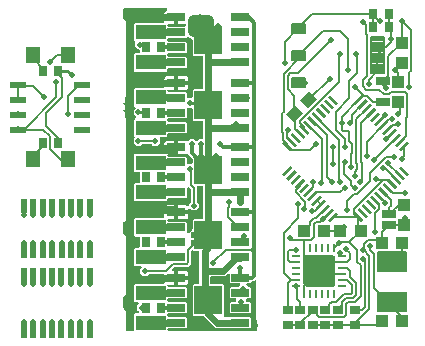
<source format=gbr>
G04 EAGLE Gerber RS-274X export*
G75*
%MOMM*%
%FSLAX34Y34*%
%LPD*%
%INTop Copper*%
%IPPOS*%
%AMOC8*
5,1,8,0,0,1.08239X$1,22.5*%
G01*
%ADD10R,0.900000X0.700000*%
%ADD11R,0.700000X0.900000*%
%ADD12R,0.260000X0.790000*%
%ADD13R,0.790000X0.260000*%
%ADD14R,2.150000X2.050000*%
%ADD15R,0.254000X1.000000*%
%ADD16R,1.000000X0.254000*%
%ADD17R,1.400000X0.600000*%
%ADD18R,1.525000X0.650000*%
%ADD19R,2.390000X2.390000*%
%ADD20R,1.270000X0.635000*%
%ADD21R,2.540000X1.270000*%
%ADD22R,1.200000X1.400000*%
%ADD23R,0.483600X1.211800*%
%ADD24R,1.100000X1.000000*%
%ADD25R,1.000000X1.100000*%
%ADD26C,0.139500*%
%ADD27C,0.196500*%
%ADD28R,1.200000X0.800000*%
%ADD29C,0.203200*%
%ADD30C,0.508000*%
%ADD31C,0.609600*%
%ADD32C,0.604000*%
%ADD33C,0.254000*%
%ADD34C,0.304800*%
%ADD35C,0.704000*%
%ADD36C,1.016000*%
%ADD37C,0.500000*%

G36*
X128718Y20003D02*
X128718Y20003D01*
X128776Y20001D01*
X128858Y20023D01*
X128942Y20035D01*
X128995Y20058D01*
X129051Y20073D01*
X129124Y20116D01*
X129201Y20151D01*
X129246Y20189D01*
X129296Y20218D01*
X129354Y20280D01*
X129418Y20334D01*
X129450Y20383D01*
X129490Y20426D01*
X129529Y20501D01*
X129576Y20571D01*
X129593Y20627D01*
X129620Y20679D01*
X129631Y20747D01*
X129661Y20842D01*
X129664Y20942D01*
X129675Y21010D01*
X129675Y34182D01*
X130568Y35075D01*
X132826Y35075D01*
X132855Y35079D01*
X132884Y35076D01*
X132995Y35099D01*
X133107Y35115D01*
X133134Y35127D01*
X133163Y35132D01*
X133264Y35185D01*
X133367Y35231D01*
X133389Y35250D01*
X133415Y35263D01*
X133497Y35341D01*
X133584Y35414D01*
X133600Y35439D01*
X133621Y35459D01*
X133678Y35557D01*
X133741Y35651D01*
X133750Y35679D01*
X133765Y35704D01*
X133793Y35814D01*
X133827Y35922D01*
X133828Y35952D01*
X133835Y35980D01*
X133832Y36093D01*
X133834Y36206D01*
X133827Y36235D01*
X133826Y36264D01*
X133791Y36372D01*
X133763Y36481D01*
X133748Y36507D01*
X133739Y36535D01*
X133693Y36599D01*
X133617Y36726D01*
X133572Y36769D01*
X133544Y36808D01*
X132335Y38016D01*
X132335Y41384D01*
X133544Y42592D01*
X133561Y42616D01*
X133584Y42635D01*
X133647Y42729D01*
X133715Y42819D01*
X133725Y42847D01*
X133741Y42871D01*
X133776Y42979D01*
X133816Y43085D01*
X133818Y43114D01*
X133827Y43142D01*
X133830Y43256D01*
X133839Y43368D01*
X133834Y43397D01*
X133834Y43426D01*
X133806Y43536D01*
X133784Y43647D01*
X133770Y43673D01*
X133763Y43701D01*
X133705Y43799D01*
X133653Y43899D01*
X133632Y43921D01*
X133617Y43946D01*
X133535Y44023D01*
X133457Y44105D01*
X133431Y44120D01*
X133410Y44140D01*
X133309Y44192D01*
X133211Y44249D01*
X133183Y44256D01*
X133157Y44270D01*
X133080Y44283D01*
X132936Y44319D01*
X132873Y44317D01*
X132826Y44325D01*
X130568Y44325D01*
X129675Y45218D01*
X129675Y59182D01*
X130568Y60075D01*
X154704Y60075D01*
X154752Y60082D01*
X154801Y60079D01*
X154892Y60101D01*
X154986Y60115D01*
X155030Y60135D01*
X155077Y60146D01*
X155159Y60192D01*
X155245Y60231D01*
X155282Y60262D01*
X155325Y60286D01*
X155390Y60354D01*
X155462Y60414D01*
X155489Y60455D01*
X155523Y60490D01*
X155567Y60573D01*
X155620Y60651D01*
X155634Y60698D01*
X155657Y60741D01*
X155677Y60833D01*
X155705Y60922D01*
X155707Y60971D01*
X155717Y61019D01*
X155710Y61093D01*
X155713Y61206D01*
X155691Y61290D01*
X155685Y61353D01*
X155614Y61616D01*
X155614Y63576D01*
X164156Y63576D01*
X164156Y59409D01*
X159140Y59409D01*
X159082Y59401D01*
X159024Y59403D01*
X158942Y59381D01*
X158858Y59369D01*
X158805Y59346D01*
X158749Y59331D01*
X158676Y59288D01*
X158599Y59253D01*
X158554Y59215D01*
X158504Y59186D01*
X158446Y59124D01*
X158382Y59070D01*
X158350Y59021D01*
X158310Y58978D01*
X158271Y58903D01*
X158224Y58833D01*
X158207Y58777D01*
X158180Y58725D01*
X158169Y58657D01*
X158139Y58562D01*
X158136Y58462D01*
X158125Y58394D01*
X158125Y58290D01*
X158133Y58232D01*
X158131Y58174D01*
X158153Y58092D01*
X158165Y58008D01*
X158188Y57955D01*
X158203Y57899D01*
X158246Y57826D01*
X158281Y57749D01*
X158319Y57704D01*
X158348Y57654D01*
X158410Y57596D01*
X158464Y57532D01*
X158513Y57500D01*
X158556Y57460D01*
X158631Y57421D01*
X158701Y57374D01*
X158757Y57357D01*
X158809Y57330D01*
X158877Y57319D01*
X158972Y57289D01*
X159072Y57286D01*
X159140Y57275D01*
X174037Y57275D01*
X174930Y56382D01*
X174930Y48618D01*
X174037Y47725D01*
X159140Y47725D01*
X159082Y47717D01*
X159024Y47719D01*
X158942Y47697D01*
X158858Y47685D01*
X158805Y47662D01*
X158749Y47647D01*
X158676Y47604D01*
X158599Y47569D01*
X158554Y47531D01*
X158504Y47502D01*
X158446Y47440D01*
X158382Y47386D01*
X158350Y47337D01*
X158310Y47294D01*
X158271Y47219D01*
X158224Y47149D01*
X158207Y47093D01*
X158180Y47041D01*
X158169Y46973D01*
X158139Y46878D01*
X158136Y46778D01*
X158125Y46710D01*
X158125Y45590D01*
X158133Y45532D01*
X158131Y45474D01*
X158153Y45392D01*
X158165Y45308D01*
X158188Y45255D01*
X158203Y45199D01*
X158246Y45126D01*
X158281Y45049D01*
X158319Y45004D01*
X158348Y44954D01*
X158410Y44896D01*
X158464Y44832D01*
X158513Y44800D01*
X158556Y44760D01*
X158631Y44721D01*
X158701Y44674D01*
X158757Y44657D01*
X158809Y44630D01*
X158877Y44619D01*
X158972Y44589D01*
X159072Y44586D01*
X159140Y44575D01*
X174037Y44575D01*
X174930Y43682D01*
X174930Y35918D01*
X174037Y35025D01*
X159140Y35025D01*
X159082Y35017D01*
X159024Y35019D01*
X158942Y34997D01*
X158858Y34985D01*
X158805Y34962D01*
X158749Y34947D01*
X158676Y34904D01*
X158599Y34869D01*
X158554Y34831D01*
X158504Y34802D01*
X158446Y34740D01*
X158382Y34686D01*
X158350Y34637D01*
X158310Y34594D01*
X158271Y34519D01*
X158224Y34449D01*
X158207Y34393D01*
X158180Y34341D01*
X158169Y34273D01*
X158139Y34178D01*
X158136Y34078D01*
X158125Y34010D01*
X158125Y32890D01*
X158133Y32832D01*
X158131Y32774D01*
X158153Y32692D01*
X158165Y32608D01*
X158188Y32555D01*
X158203Y32499D01*
X158246Y32426D01*
X158281Y32349D01*
X158319Y32304D01*
X158348Y32254D01*
X158410Y32196D01*
X158464Y32132D01*
X158513Y32100D01*
X158556Y32060D01*
X158631Y32021D01*
X158701Y31974D01*
X158757Y31957D01*
X158809Y31930D01*
X158877Y31919D01*
X158972Y31889D01*
X159072Y31886D01*
X159140Y31875D01*
X174037Y31875D01*
X174930Y30982D01*
X174930Y23218D01*
X174037Y22325D01*
X159140Y22325D01*
X159082Y22317D01*
X159024Y22319D01*
X158942Y22297D01*
X158858Y22285D01*
X158805Y22262D01*
X158749Y22247D01*
X158676Y22204D01*
X158599Y22169D01*
X158554Y22131D01*
X158504Y22102D01*
X158446Y22040D01*
X158382Y21986D01*
X158350Y21937D01*
X158310Y21894D01*
X158271Y21819D01*
X158224Y21749D01*
X158207Y21693D01*
X158180Y21641D01*
X158169Y21573D01*
X158139Y21478D01*
X158136Y21378D01*
X158125Y21310D01*
X158125Y21010D01*
X158133Y20952D01*
X158131Y20894D01*
X158153Y20812D01*
X158165Y20728D01*
X158188Y20675D01*
X158203Y20619D01*
X158246Y20546D01*
X158281Y20469D01*
X158319Y20424D01*
X158348Y20374D01*
X158410Y20316D01*
X158464Y20252D01*
X158513Y20220D01*
X158556Y20180D01*
X158631Y20141D01*
X158701Y20094D01*
X158757Y20077D01*
X158809Y20050D01*
X158877Y20039D01*
X158972Y20009D01*
X159072Y20006D01*
X159140Y19995D01*
X233210Y19995D01*
X233268Y20003D01*
X233326Y20001D01*
X233408Y20023D01*
X233492Y20035D01*
X233545Y20058D01*
X233601Y20073D01*
X233674Y20116D01*
X233751Y20151D01*
X233796Y20189D01*
X233846Y20218D01*
X233904Y20280D01*
X233968Y20334D01*
X234000Y20383D01*
X234040Y20426D01*
X234079Y20501D01*
X234126Y20571D01*
X234143Y20627D01*
X234170Y20679D01*
X234181Y20747D01*
X234211Y20842D01*
X234214Y20942D01*
X234225Y21010D01*
X234225Y23156D01*
X234618Y23549D01*
X234670Y23619D01*
X234730Y23683D01*
X234756Y23732D01*
X234789Y23776D01*
X234820Y23858D01*
X234860Y23936D01*
X234868Y23983D01*
X234890Y24042D01*
X234902Y24190D01*
X234915Y24267D01*
X234915Y25133D01*
X234908Y25181D01*
X234909Y25187D01*
X234906Y25196D01*
X234903Y25220D01*
X234900Y25307D01*
X234883Y25360D01*
X234875Y25415D01*
X234840Y25494D01*
X234813Y25578D01*
X234785Y25617D01*
X234759Y25674D01*
X234663Y25787D01*
X234618Y25851D01*
X234225Y26244D01*
X234225Y28861D01*
X234213Y28948D01*
X234210Y29035D01*
X234193Y29088D01*
X234185Y29143D01*
X234150Y29222D01*
X234123Y29306D01*
X234095Y29345D01*
X234069Y29402D01*
X233973Y29515D01*
X233928Y29579D01*
X233359Y30148D01*
X233359Y61897D01*
X233355Y61926D01*
X233358Y61955D01*
X233335Y62066D01*
X233319Y62178D01*
X233307Y62205D01*
X233302Y62234D01*
X233249Y62334D01*
X233203Y62438D01*
X233184Y62460D01*
X233171Y62486D01*
X233093Y62568D01*
X233020Y62655D01*
X232995Y62671D01*
X232975Y62692D01*
X232877Y62749D01*
X232783Y62812D01*
X232755Y62821D01*
X232730Y62836D01*
X232620Y62864D01*
X232512Y62898D01*
X232482Y62899D01*
X232454Y62906D01*
X232341Y62902D01*
X232228Y62905D01*
X232199Y62898D01*
X232170Y62897D01*
X232062Y62862D01*
X231953Y62833D01*
X231927Y62819D01*
X231899Y62809D01*
X231835Y62764D01*
X231708Y62688D01*
X231665Y62643D01*
X231626Y62615D01*
X231163Y62151D01*
X230185Y62151D01*
X230127Y62143D01*
X230069Y62145D01*
X229987Y62123D01*
X229903Y62111D01*
X229850Y62088D01*
X229794Y62073D01*
X229721Y62030D01*
X229644Y61995D01*
X229599Y61957D01*
X229549Y61928D01*
X229491Y61866D01*
X229427Y61812D01*
X229395Y61763D01*
X229355Y61720D01*
X229316Y61645D01*
X229269Y61575D01*
X229252Y61519D01*
X229225Y61467D01*
X229214Y61399D01*
X229197Y61346D01*
X228277Y60425D01*
X225930Y60425D01*
X225901Y60421D01*
X225872Y60424D01*
X225761Y60401D01*
X225649Y60385D01*
X225622Y60373D01*
X225593Y60368D01*
X225493Y60316D01*
X225389Y60269D01*
X225367Y60250D01*
X225341Y60237D01*
X225259Y60159D01*
X225172Y60086D01*
X225156Y60061D01*
X225135Y60041D01*
X225077Y59943D01*
X225015Y59849D01*
X225006Y59821D01*
X224991Y59796D01*
X224963Y59686D01*
X224929Y59578D01*
X224928Y59548D01*
X224921Y59520D01*
X224924Y59407D01*
X224922Y59294D01*
X224929Y59265D01*
X224930Y59236D01*
X224965Y59128D01*
X224993Y59019D01*
X225008Y58993D01*
X225017Y58965D01*
X225063Y58902D01*
X225139Y58774D01*
X225184Y58731D01*
X225212Y58692D01*
X226332Y57572D01*
X226402Y57520D01*
X226466Y57460D01*
X226515Y57434D01*
X226559Y57401D01*
X226641Y57370D01*
X226719Y57330D01*
X226767Y57322D01*
X226825Y57300D01*
X226973Y57288D01*
X227050Y57275D01*
X228277Y57275D01*
X229170Y56382D01*
X229170Y48618D01*
X228277Y47725D01*
X225724Y47725D01*
X225666Y47717D01*
X225608Y47719D01*
X225526Y47697D01*
X225442Y47685D01*
X225389Y47662D01*
X225333Y47647D01*
X225260Y47604D01*
X225183Y47569D01*
X225138Y47531D01*
X225088Y47502D01*
X225030Y47440D01*
X224966Y47386D01*
X224934Y47337D01*
X224894Y47294D01*
X224855Y47219D01*
X224808Y47149D01*
X224791Y47093D01*
X224764Y47041D01*
X224753Y46973D01*
X224723Y46878D01*
X224720Y46778D01*
X224709Y46710D01*
X224709Y45590D01*
X224717Y45532D01*
X224715Y45474D01*
X224737Y45392D01*
X224749Y45308D01*
X224772Y45255D01*
X224787Y45199D01*
X224830Y45126D01*
X224865Y45049D01*
X224903Y45004D01*
X224932Y44954D01*
X224994Y44896D01*
X225048Y44832D01*
X225097Y44800D01*
X225140Y44760D01*
X225215Y44721D01*
X225285Y44674D01*
X225341Y44657D01*
X225393Y44630D01*
X225461Y44619D01*
X225556Y44589D01*
X225656Y44586D01*
X225724Y44575D01*
X228277Y44575D01*
X229170Y43682D01*
X229170Y35918D01*
X228277Y35025D01*
X211763Y35025D01*
X210870Y35918D01*
X210870Y43682D01*
X211763Y44575D01*
X215564Y44575D01*
X215622Y44583D01*
X215680Y44581D01*
X215762Y44603D01*
X215846Y44615D01*
X215899Y44638D01*
X215955Y44653D01*
X216028Y44696D01*
X216105Y44731D01*
X216150Y44769D01*
X216200Y44798D01*
X216258Y44860D01*
X216322Y44914D01*
X216354Y44963D01*
X216394Y45006D01*
X216433Y45081D01*
X216480Y45151D01*
X216497Y45207D01*
X216524Y45259D01*
X216535Y45327D01*
X216565Y45422D01*
X216568Y45522D01*
X216579Y45590D01*
X216579Y46710D01*
X216571Y46768D01*
X216573Y46826D01*
X216551Y46908D01*
X216539Y46992D01*
X216516Y47045D01*
X216501Y47101D01*
X216458Y47174D01*
X216423Y47251D01*
X216385Y47296D01*
X216356Y47346D01*
X216294Y47404D01*
X216240Y47468D01*
X216191Y47500D01*
X216148Y47540D01*
X216073Y47579D01*
X216003Y47626D01*
X215947Y47643D01*
X215895Y47670D01*
X215827Y47681D01*
X215732Y47711D01*
X215632Y47714D01*
X215564Y47725D01*
X211763Y47725D01*
X210870Y48618D01*
X210870Y56382D01*
X211763Y57275D01*
X217862Y57275D01*
X217948Y57287D01*
X218036Y57290D01*
X218089Y57307D01*
X218143Y57315D01*
X218223Y57350D01*
X218306Y57377D01*
X218346Y57405D01*
X218403Y57431D01*
X218516Y57527D01*
X218580Y57572D01*
X219700Y58692D01*
X219717Y58716D01*
X219740Y58735D01*
X219803Y58829D01*
X219871Y58919D01*
X219881Y58947D01*
X219897Y58971D01*
X219932Y59079D01*
X219972Y59185D01*
X219974Y59214D01*
X219983Y59242D01*
X219986Y59356D01*
X219995Y59468D01*
X219990Y59497D01*
X219990Y59526D01*
X219962Y59636D01*
X219940Y59747D01*
X219926Y59773D01*
X219919Y59801D01*
X219861Y59899D01*
X219809Y59999D01*
X219788Y60021D01*
X219773Y60046D01*
X219691Y60123D01*
X219613Y60205D01*
X219587Y60220D01*
X219566Y60240D01*
X219465Y60292D01*
X219367Y60349D01*
X219339Y60356D01*
X219313Y60370D01*
X219236Y60383D01*
X219092Y60419D01*
X219029Y60417D01*
X218982Y60425D01*
X211763Y60425D01*
X210870Y61318D01*
X210870Y67567D01*
X210866Y67596D01*
X210869Y67625D01*
X210846Y67736D01*
X210830Y67848D01*
X210818Y67875D01*
X210813Y67904D01*
X210760Y68005D01*
X210714Y68108D01*
X210695Y68130D01*
X210682Y68156D01*
X210604Y68238D01*
X210531Y68325D01*
X210506Y68341D01*
X210486Y68362D01*
X210388Y68419D01*
X210294Y68482D01*
X210266Y68491D01*
X210241Y68506D01*
X210131Y68534D01*
X210023Y68568D01*
X209993Y68569D01*
X209965Y68576D01*
X209852Y68572D01*
X209739Y68575D01*
X209710Y68568D01*
X209681Y68567D01*
X209573Y68532D01*
X209464Y68504D01*
X209438Y68489D01*
X209410Y68480D01*
X209347Y68434D01*
X209219Y68358D01*
X209176Y68313D01*
X209137Y68285D01*
X207138Y66285D01*
X195164Y66285D01*
X195107Y66277D01*
X195048Y66278D01*
X194967Y66257D01*
X194883Y66245D01*
X194830Y66221D01*
X194773Y66207D01*
X194701Y66164D01*
X194624Y66129D01*
X194579Y66091D01*
X194529Y66061D01*
X194471Y66000D01*
X194407Y65945D01*
X194374Y65897D01*
X194334Y65854D01*
X194296Y65779D01*
X194249Y65709D01*
X194231Y65653D01*
X194205Y65601D01*
X194193Y65533D01*
X194163Y65438D01*
X194161Y65338D01*
X194149Y65270D01*
X194149Y60640D01*
X194157Y60582D01*
X194156Y60524D01*
X194177Y60442D01*
X194189Y60358D01*
X194213Y60305D01*
X194228Y60249D01*
X194271Y60176D01*
X194305Y60099D01*
X194343Y60054D01*
X194373Y60004D01*
X194435Y59946D01*
X194489Y59882D01*
X194538Y59850D01*
X194580Y59810D01*
X194655Y59771D01*
X194726Y59724D01*
X194781Y59707D01*
X194833Y59680D01*
X194901Y59669D01*
X194997Y59639D01*
X195096Y59636D01*
X195164Y59625D01*
X205482Y59625D01*
X206375Y58732D01*
X206375Y33568D01*
X206212Y33406D01*
X206195Y33382D01*
X206172Y33363D01*
X206109Y33269D01*
X206041Y33179D01*
X206031Y33151D01*
X206015Y33127D01*
X205980Y33019D01*
X205940Y32913D01*
X205938Y32884D01*
X205929Y32856D01*
X205926Y32743D01*
X205916Y32630D01*
X205922Y32601D01*
X205921Y32572D01*
X205950Y32462D01*
X205972Y32351D01*
X205986Y32325D01*
X205993Y32297D01*
X206051Y32199D01*
X206103Y32099D01*
X206124Y32077D01*
X206139Y32052D01*
X206221Y31974D01*
X206299Y31893D01*
X206324Y31878D01*
X206346Y31858D01*
X206447Y31806D01*
X206544Y31749D01*
X206573Y31742D01*
X206599Y31728D01*
X206676Y31715D01*
X206820Y31679D01*
X206882Y31681D01*
X206930Y31673D01*
X211141Y31673D01*
X211228Y31685D01*
X211315Y31688D01*
X211368Y31705D01*
X211422Y31713D01*
X211502Y31748D01*
X211585Y31775D01*
X211625Y31803D01*
X211682Y31829D01*
X211736Y31875D01*
X228277Y31875D01*
X229170Y30982D01*
X229170Y23218D01*
X228277Y22325D01*
X211743Y22325D01*
X211725Y22342D01*
X211676Y22368D01*
X211632Y22401D01*
X211550Y22432D01*
X211472Y22472D01*
X211424Y22480D01*
X211366Y22502D01*
X211218Y22514D01*
X211141Y22527D01*
X198606Y22527D01*
X188755Y32378D01*
X188685Y32430D01*
X188622Y32490D01*
X188572Y32516D01*
X188528Y32549D01*
X188446Y32580D01*
X188368Y32620D01*
X188321Y32628D01*
X188262Y32650D01*
X188115Y32662D01*
X188037Y32675D01*
X180318Y32675D01*
X179425Y33568D01*
X179425Y58732D01*
X180318Y59625D01*
X183989Y59625D01*
X184046Y59633D01*
X184105Y59631D01*
X184186Y59653D01*
X184270Y59665D01*
X184323Y59688D01*
X184380Y59703D01*
X184452Y59746D01*
X184529Y59781D01*
X184574Y59819D01*
X184624Y59848D01*
X184682Y59910D01*
X184746Y59964D01*
X184779Y60013D01*
X184819Y60056D01*
X184857Y60131D01*
X184904Y60201D01*
X184922Y60257D01*
X184948Y60309D01*
X184960Y60377D01*
X184990Y60472D01*
X184992Y60572D01*
X185004Y60640D01*
X185004Y87010D01*
X184996Y87067D01*
X184997Y87118D01*
X184997Y87126D01*
X184976Y87208D01*
X184964Y87292D01*
X184940Y87345D01*
X184925Y87401D01*
X184882Y87474D01*
X184848Y87551D01*
X184810Y87596D01*
X184780Y87646D01*
X184718Y87704D01*
X184664Y87768D01*
X184615Y87800D01*
X184573Y87840D01*
X184498Y87879D01*
X184427Y87926D01*
X184372Y87943D01*
X184320Y87970D01*
X184252Y87981D01*
X184156Y88011D01*
X184057Y88014D01*
X183989Y88025D01*
X180318Y88025D01*
X180248Y88095D01*
X180201Y88131D01*
X180161Y88173D01*
X180088Y88216D01*
X180021Y88266D01*
X179966Y88287D01*
X179916Y88317D01*
X179834Y88338D01*
X179755Y88367D01*
X179697Y88372D01*
X179640Y88387D01*
X179556Y88384D01*
X179472Y88391D01*
X179415Y88379D01*
X179356Y88378D01*
X179276Y88352D01*
X179193Y88335D01*
X179141Y88308D01*
X179085Y88290D01*
X179029Y88250D01*
X178941Y88204D01*
X178886Y88152D01*
X178865Y88139D01*
X178846Y88119D01*
X178812Y88095D01*
X178783Y88065D01*
X178752Y88024D01*
X178735Y88008D01*
X178723Y87988D01*
X178671Y87932D01*
X178645Y87883D01*
X178612Y87838D01*
X178581Y87757D01*
X178541Y87679D01*
X178533Y87631D01*
X178511Y87572D01*
X178499Y87425D01*
X178486Y87348D01*
X178486Y77095D01*
X175510Y74119D01*
X164246Y74119D01*
X164159Y74107D01*
X164072Y74104D01*
X164019Y74087D01*
X163964Y74079D01*
X163885Y74044D01*
X163801Y74017D01*
X163762Y73989D01*
X163705Y73963D01*
X163592Y73867D01*
X163528Y73822D01*
X162430Y72724D01*
X162412Y72700D01*
X162390Y72681D01*
X162327Y72587D01*
X162259Y72497D01*
X162249Y72469D01*
X162232Y72445D01*
X162198Y72337D01*
X162158Y72231D01*
X162155Y72202D01*
X162146Y72174D01*
X162144Y72060D01*
X162134Y71948D01*
X162140Y71919D01*
X162139Y71890D01*
X162168Y71780D01*
X162190Y71669D01*
X162204Y71643D01*
X162211Y71615D01*
X162269Y71517D01*
X162321Y71417D01*
X162341Y71395D01*
X162356Y71370D01*
X162439Y71293D01*
X162517Y71211D01*
X162542Y71196D01*
X162564Y71176D01*
X162665Y71124D01*
X162762Y71067D01*
X162791Y71060D01*
X162817Y71046D01*
X162894Y71033D01*
X163038Y70997D01*
X163100Y70999D01*
X163148Y70991D01*
X164156Y70991D01*
X164156Y66824D01*
X155614Y66824D01*
X155614Y67078D01*
X155606Y67136D01*
X155608Y67194D01*
X155586Y67276D01*
X155574Y67359D01*
X155551Y67413D01*
X155536Y67469D01*
X155493Y67542D01*
X155458Y67619D01*
X155420Y67663D01*
X155391Y67714D01*
X155329Y67771D01*
X155275Y67836D01*
X155226Y67868D01*
X155183Y67908D01*
X155108Y67947D01*
X155038Y67993D01*
X154982Y68011D01*
X154930Y68038D01*
X154862Y68049D01*
X154767Y68079D01*
X154667Y68082D01*
X154599Y68093D01*
X143021Y68093D01*
X142935Y68081D01*
X142847Y68078D01*
X142795Y68061D01*
X142740Y68053D01*
X142660Y68017D01*
X142577Y67991D01*
X142538Y67963D01*
X142480Y67937D01*
X142367Y67841D01*
X142303Y67796D01*
X141077Y66569D01*
X137709Y66569D01*
X135328Y68950D01*
X135328Y72317D01*
X136103Y73092D01*
X136118Y73113D01*
X136136Y73127D01*
X136138Y73130D01*
X136143Y73135D01*
X136206Y73229D01*
X136274Y73319D01*
X136284Y73347D01*
X136301Y73371D01*
X136335Y73479D01*
X136375Y73585D01*
X136378Y73614D01*
X136386Y73642D01*
X136389Y73756D01*
X136399Y73868D01*
X136393Y73897D01*
X136394Y73926D01*
X136365Y74036D01*
X136343Y74147D01*
X136329Y74173D01*
X136322Y74201D01*
X136264Y74299D01*
X136212Y74399D01*
X136192Y74421D01*
X136177Y74446D01*
X136094Y74523D01*
X136016Y74605D01*
X135991Y74620D01*
X135969Y74640D01*
X135868Y74692D01*
X135771Y74749D01*
X135742Y74756D01*
X135716Y74770D01*
X135639Y74783D01*
X135495Y74819D01*
X135433Y74817D01*
X135385Y74825D01*
X130568Y74825D01*
X129675Y75718D01*
X129675Y89682D01*
X130568Y90575D01*
X133860Y90575D01*
X133918Y90583D01*
X133976Y90581D01*
X134058Y90603D01*
X134142Y90615D01*
X134195Y90638D01*
X134251Y90653D01*
X134324Y90696D01*
X134401Y90731D01*
X134446Y90769D01*
X134496Y90798D01*
X134554Y90860D01*
X134618Y90914D01*
X134650Y90963D01*
X134690Y91006D01*
X134729Y91081D01*
X134776Y91151D01*
X134793Y91207D01*
X134820Y91259D01*
X134831Y91327D01*
X134861Y91422D01*
X134864Y91522D01*
X134875Y91590D01*
X134875Y99020D01*
X134867Y99078D01*
X134869Y99136D01*
X134847Y99218D01*
X134835Y99302D01*
X134812Y99355D01*
X134797Y99411D01*
X134754Y99484D01*
X134719Y99561D01*
X134681Y99606D01*
X134652Y99656D01*
X134590Y99714D01*
X134536Y99778D01*
X134487Y99810D01*
X134444Y99850D01*
X134369Y99889D01*
X134299Y99936D01*
X134243Y99953D01*
X134191Y99980D01*
X134123Y99991D01*
X134028Y100021D01*
X133928Y100024D01*
X133860Y100035D01*
X130568Y100035D01*
X129675Y100928D01*
X129675Y114892D01*
X130568Y115785D01*
X154608Y115785D01*
X154656Y115792D01*
X154705Y115789D01*
X154797Y115811D01*
X154889Y115825D01*
X154934Y115845D01*
X154982Y115856D01*
X155063Y115903D01*
X155148Y115941D01*
X155186Y115973D01*
X155229Y115997D01*
X155294Y116064D01*
X155365Y116124D01*
X155393Y116165D01*
X155427Y116201D01*
X155471Y116283D01*
X155523Y116361D01*
X155538Y116408D01*
X155561Y116451D01*
X155581Y116543D01*
X155609Y116632D01*
X155610Y116681D01*
X155620Y116729D01*
X155613Y116803D01*
X155614Y116830D01*
X155614Y116832D01*
X155614Y116843D01*
X155616Y116916D01*
X155614Y116924D01*
X155614Y118926D01*
X164156Y118926D01*
X164156Y114759D01*
X159140Y114759D01*
X159082Y114751D01*
X159024Y114753D01*
X158942Y114731D01*
X158858Y114719D01*
X158805Y114696D01*
X158749Y114681D01*
X158676Y114638D01*
X158599Y114603D01*
X158554Y114565D01*
X158504Y114536D01*
X158446Y114474D01*
X158382Y114420D01*
X158350Y114371D01*
X158310Y114328D01*
X158271Y114253D01*
X158224Y114183D01*
X158207Y114127D01*
X158180Y114075D01*
X158169Y114007D01*
X158139Y113912D01*
X158136Y113812D01*
X158125Y113744D01*
X158125Y113640D01*
X158133Y113582D01*
X158131Y113524D01*
X158153Y113442D01*
X158165Y113358D01*
X158188Y113305D01*
X158203Y113249D01*
X158246Y113176D01*
X158281Y113099D01*
X158319Y113054D01*
X158348Y113004D01*
X158410Y112946D01*
X158464Y112882D01*
X158513Y112850D01*
X158556Y112810D01*
X158631Y112771D01*
X158701Y112724D01*
X158757Y112707D01*
X158809Y112680D01*
X158877Y112669D01*
X158972Y112639D01*
X159072Y112636D01*
X159140Y112625D01*
X174037Y112625D01*
X174930Y111732D01*
X174930Y103994D01*
X174934Y103965D01*
X174931Y103936D01*
X174954Y103825D01*
X174970Y103713D01*
X174982Y103686D01*
X174987Y103657D01*
X175040Y103557D01*
X175086Y103453D01*
X175105Y103431D01*
X175118Y103405D01*
X175196Y103323D01*
X175269Y103236D01*
X175294Y103220D01*
X175314Y103199D01*
X175412Y103141D01*
X175506Y103079D01*
X175534Y103070D01*
X175559Y103055D01*
X175669Y103027D01*
X175777Y102993D01*
X175807Y102992D01*
X175835Y102985D01*
X175948Y102988D01*
X176061Y102986D01*
X176090Y102993D01*
X176119Y102994D01*
X176227Y103029D01*
X176336Y103057D01*
X176362Y103072D01*
X176390Y103081D01*
X176453Y103127D01*
X176581Y103203D01*
X176624Y103248D01*
X176663Y103276D01*
X179128Y105741D01*
X179180Y105811D01*
X179240Y105875D01*
X179266Y105924D01*
X179299Y105968D01*
X179330Y106050D01*
X179370Y106128D01*
X179378Y106176D01*
X179400Y106234D01*
X179412Y106382D01*
X179425Y106459D01*
X179425Y114082D01*
X180318Y114975D01*
X187312Y114975D01*
X187370Y114983D01*
X187428Y114981D01*
X187510Y115003D01*
X187594Y115015D01*
X187647Y115038D01*
X187703Y115053D01*
X187776Y115096D01*
X187853Y115131D01*
X187898Y115169D01*
X187948Y115198D01*
X188006Y115260D01*
X188070Y115314D01*
X188102Y115363D01*
X188142Y115406D01*
X188181Y115481D01*
X188228Y115551D01*
X188245Y115607D01*
X188272Y115659D01*
X188283Y115727D01*
X188313Y115822D01*
X188316Y115922D01*
X188327Y115990D01*
X188327Y141980D01*
X188319Y142038D01*
X188321Y142096D01*
X188299Y142178D01*
X188287Y142262D01*
X188264Y142315D01*
X188249Y142371D01*
X188206Y142444D01*
X188171Y142521D01*
X188133Y142566D01*
X188104Y142616D01*
X188042Y142674D01*
X187988Y142738D01*
X187939Y142770D01*
X187896Y142810D01*
X187821Y142849D01*
X187751Y142896D01*
X187695Y142913D01*
X187643Y142940D01*
X187575Y142951D01*
X187480Y142981D01*
X187380Y142984D01*
X187312Y142995D01*
X184188Y142995D01*
X184130Y142987D01*
X184072Y142989D01*
X183990Y142967D01*
X183906Y142955D01*
X183853Y142932D01*
X183796Y142917D01*
X183724Y142874D01*
X183647Y142839D01*
X183602Y142801D01*
X183552Y142772D01*
X183494Y142710D01*
X183430Y142656D01*
X183398Y142607D01*
X183358Y142564D01*
X183319Y142489D01*
X183272Y142419D01*
X183255Y142363D01*
X183228Y142311D01*
X183217Y142243D01*
X183187Y142148D01*
X183184Y142048D01*
X183173Y141980D01*
X183173Y129862D01*
X183185Y129775D01*
X183188Y129688D01*
X183205Y129635D01*
X183212Y129581D01*
X183248Y129501D01*
X183275Y129418D01*
X183303Y129378D01*
X183329Y129321D01*
X183424Y129208D01*
X183470Y129144D01*
X184697Y127918D01*
X184697Y124550D01*
X182316Y122169D01*
X178948Y122169D01*
X177679Y123439D01*
X177655Y123456D01*
X177636Y123479D01*
X177542Y123541D01*
X177452Y123609D01*
X177424Y123620D01*
X177400Y123636D01*
X177292Y123670D01*
X177186Y123711D01*
X177157Y123713D01*
X177129Y123722D01*
X177015Y123725D01*
X176903Y123734D01*
X176874Y123729D01*
X176845Y123729D01*
X176735Y123701D01*
X176624Y123678D01*
X176598Y123665D01*
X176570Y123657D01*
X176472Y123600D01*
X176372Y123547D01*
X176350Y123527D01*
X176325Y123512D01*
X176248Y123430D01*
X176166Y123352D01*
X176151Y123326D01*
X176131Y123305D01*
X176079Y123204D01*
X176022Y123106D01*
X176015Y123078D01*
X176001Y123052D01*
X175988Y122974D01*
X175952Y122831D01*
X175954Y122768D01*
X175946Y122721D01*
X175946Y122174D01*
X167404Y122174D01*
X167404Y126341D01*
X173739Y126341D01*
X174386Y126168D01*
X175044Y125787D01*
X175081Y125773D01*
X175113Y125751D01*
X175212Y125720D01*
X175308Y125681D01*
X175347Y125677D01*
X175384Y125665D01*
X175488Y125663D01*
X175591Y125652D01*
X175629Y125659D01*
X175668Y125658D01*
X175769Y125684D01*
X175870Y125703D01*
X175906Y125720D01*
X175943Y125730D01*
X176032Y125783D01*
X176125Y125829D01*
X176154Y125855D01*
X176188Y125875D01*
X176259Y125951D01*
X176335Y126020D01*
X176356Y126054D01*
X176382Y126082D01*
X176429Y126175D01*
X176484Y126263D01*
X176494Y126301D01*
X176512Y126335D01*
X176525Y126412D01*
X176559Y126537D01*
X176558Y126612D01*
X176567Y126667D01*
X176567Y127918D01*
X177794Y129144D01*
X177846Y129214D01*
X177906Y129278D01*
X177931Y129327D01*
X177965Y129371D01*
X177996Y129453D01*
X178036Y129531D01*
X178044Y129579D01*
X178066Y129637D01*
X178078Y129785D01*
X178091Y129862D01*
X178091Y139773D01*
X178079Y139860D01*
X178076Y139947D01*
X178059Y140000D01*
X178051Y140055D01*
X178016Y140134D01*
X177989Y140218D01*
X177961Y140257D01*
X177935Y140314D01*
X177868Y140393D01*
X177846Y140430D01*
X177819Y140456D01*
X177794Y140491D01*
X176663Y141622D01*
X176639Y141640D01*
X176620Y141662D01*
X176526Y141725D01*
X176436Y141793D01*
X176408Y141803D01*
X176384Y141819D01*
X176276Y141854D01*
X176170Y141894D01*
X176141Y141896D01*
X176113Y141905D01*
X175999Y141908D01*
X175887Y141918D01*
X175858Y141912D01*
X175829Y141913D01*
X175719Y141884D01*
X175608Y141862D01*
X175582Y141848D01*
X175554Y141841D01*
X175456Y141783D01*
X175356Y141731D01*
X175334Y141710D01*
X175309Y141695D01*
X175232Y141613D01*
X175150Y141535D01*
X175135Y141510D01*
X175115Y141488D01*
X175063Y141387D01*
X175006Y141290D01*
X174999Y141261D01*
X174985Y141235D01*
X174972Y141158D01*
X174936Y141014D01*
X174938Y140952D01*
X174930Y140904D01*
X174930Y133538D01*
X174037Y132645D01*
X159140Y132645D01*
X159082Y132637D01*
X159024Y132639D01*
X158942Y132617D01*
X158858Y132605D01*
X158805Y132582D01*
X158749Y132567D01*
X158676Y132524D01*
X158599Y132489D01*
X158554Y132451D01*
X158504Y132422D01*
X158446Y132360D01*
X158382Y132306D01*
X158350Y132257D01*
X158310Y132214D01*
X158271Y132139D01*
X158224Y132069D01*
X158207Y132013D01*
X158180Y131961D01*
X158169Y131893D01*
X158139Y131798D01*
X158136Y131698D01*
X158125Y131630D01*
X158125Y130648D01*
X157232Y129755D01*
X130568Y129755D01*
X129675Y130648D01*
X129675Y144612D01*
X130568Y145505D01*
X133860Y145505D01*
X133918Y145513D01*
X133976Y145511D01*
X134058Y145533D01*
X134142Y145545D01*
X134195Y145568D01*
X134251Y145583D01*
X134324Y145626D01*
X134401Y145661D01*
X134446Y145699D01*
X134496Y145728D01*
X134554Y145790D01*
X134618Y145844D01*
X134650Y145893D01*
X134690Y145936D01*
X134729Y146011D01*
X134776Y146081D01*
X134793Y146137D01*
X134820Y146189D01*
X134831Y146257D01*
X134861Y146352D01*
X134864Y146452D01*
X134875Y146520D01*
X134875Y153690D01*
X134867Y153748D01*
X134869Y153807D01*
X134847Y153888D01*
X134835Y153972D01*
X134812Y154025D01*
X134797Y154082D01*
X134754Y154154D01*
X134719Y154231D01*
X134681Y154276D01*
X134652Y154326D01*
X134590Y154384D01*
X134536Y154448D01*
X134487Y154480D01*
X134444Y154521D01*
X134369Y154559D01*
X134299Y154606D01*
X134243Y154623D01*
X134191Y154650D01*
X134123Y154661D01*
X134028Y154691D01*
X133928Y154694D01*
X133860Y154705D01*
X130568Y154705D01*
X129675Y155599D01*
X129675Y169562D01*
X130568Y170455D01*
X154688Y170455D01*
X154736Y170462D01*
X154785Y170460D01*
X154876Y170482D01*
X154969Y170495D01*
X155014Y170515D01*
X155061Y170526D01*
X155143Y170573D01*
X155229Y170611D01*
X155266Y170643D01*
X155309Y170667D01*
X155374Y170734D01*
X155446Y170795D01*
X155473Y170835D01*
X155507Y170870D01*
X155551Y170953D01*
X155603Y171031D01*
X155618Y171078D01*
X155641Y171121D01*
X155661Y171213D01*
X155689Y171302D01*
X155690Y171351D01*
X155701Y171399D01*
X155694Y171473D01*
X155696Y171586D01*
X155675Y171670D01*
X155669Y171733D01*
X155614Y171935D01*
X155614Y173896D01*
X164156Y173896D01*
X164156Y169729D01*
X159140Y169729D01*
X159082Y169721D01*
X159024Y169723D01*
X158942Y169701D01*
X158858Y169689D01*
X158805Y169666D01*
X158749Y169651D01*
X158676Y169608D01*
X158599Y169573D01*
X158554Y169535D01*
X158504Y169506D01*
X158446Y169444D01*
X158382Y169390D01*
X158350Y169341D01*
X158310Y169298D01*
X158271Y169223D01*
X158224Y169153D01*
X158207Y169097D01*
X158180Y169045D01*
X158169Y168977D01*
X158139Y168882D01*
X158136Y168782D01*
X158125Y168714D01*
X158125Y168610D01*
X158133Y168552D01*
X158131Y168494D01*
X158153Y168412D01*
X158165Y168328D01*
X158188Y168275D01*
X158203Y168219D01*
X158246Y168146D01*
X158281Y168069D01*
X158319Y168024D01*
X158348Y167974D01*
X158410Y167916D01*
X158464Y167852D01*
X158513Y167820D01*
X158556Y167780D01*
X158631Y167741D01*
X158701Y167694D01*
X158757Y167677D01*
X158809Y167650D01*
X158877Y167639D01*
X158972Y167609D01*
X159072Y167606D01*
X159140Y167595D01*
X174037Y167595D01*
X174930Y166702D01*
X174930Y162384D01*
X174938Y162326D01*
X174936Y162267D01*
X174958Y162186D01*
X174970Y162102D01*
X174993Y162049D01*
X175008Y161992D01*
X175051Y161920D01*
X175086Y161843D01*
X175124Y161798D01*
X175153Y161748D01*
X175215Y161690D01*
X175269Y161626D01*
X175318Y161593D01*
X175361Y161553D01*
X175436Y161515D01*
X175506Y161468D01*
X175562Y161450D01*
X175614Y161424D01*
X175682Y161412D01*
X175777Y161382D01*
X175877Y161380D01*
X175945Y161368D01*
X178410Y161368D01*
X178468Y161377D01*
X178526Y161375D01*
X178608Y161396D01*
X178692Y161408D01*
X178745Y161432D01*
X178801Y161447D01*
X178874Y161490D01*
X178951Y161524D01*
X178996Y161562D01*
X179046Y161592D01*
X179104Y161654D01*
X179168Y161708D01*
X179200Y161757D01*
X179240Y161799D01*
X179279Y161875D01*
X179326Y161945D01*
X179343Y162001D01*
X179370Y162053D01*
X179381Y162121D01*
X179411Y162216D01*
X179414Y162316D01*
X179425Y162384D01*
X179425Y165213D01*
X179418Y165265D01*
X179419Y165292D01*
X179413Y165315D01*
X179410Y165387D01*
X179393Y165439D01*
X179385Y165494D01*
X179350Y165574D01*
X179323Y165657D01*
X179295Y165696D01*
X179269Y165754D01*
X179173Y165867D01*
X179128Y165931D01*
X175408Y169651D01*
X175346Y169698D01*
X175290Y169752D01*
X175233Y169783D01*
X175181Y169822D01*
X175108Y169849D01*
X175039Y169886D01*
X174976Y169900D01*
X174915Y169923D01*
X174837Y169929D01*
X174761Y169946D01*
X174706Y169940D01*
X174632Y169946D01*
X174505Y169921D01*
X174427Y169914D01*
X173739Y169729D01*
X167404Y169729D01*
X167404Y174911D01*
X167396Y174969D01*
X167398Y175027D01*
X167376Y175109D01*
X167364Y175192D01*
X167341Y175246D01*
X167326Y175302D01*
X167283Y175375D01*
X167248Y175452D01*
X167210Y175496D01*
X167196Y175520D01*
X167219Y175545D01*
X167258Y175620D01*
X167305Y175690D01*
X167322Y175746D01*
X167349Y175798D01*
X167360Y175866D01*
X167390Y175961D01*
X167393Y176061D01*
X167404Y176129D01*
X167404Y181311D01*
X173739Y181311D01*
X174386Y181138D01*
X174671Y180973D01*
X174734Y180947D01*
X174793Y180913D01*
X174865Y180894D01*
X174935Y180866D01*
X175003Y180859D01*
X175069Y180843D01*
X175143Y180845D01*
X175218Y180837D01*
X175285Y180850D01*
X175353Y180852D01*
X175424Y180875D01*
X175497Y180888D01*
X175558Y180918D01*
X175623Y180939D01*
X175674Y180976D01*
X175752Y181014D01*
X175836Y181091D01*
X175897Y181134D01*
X177027Y182265D01*
X180395Y182265D01*
X181838Y180822D01*
X181884Y180787D01*
X181925Y180744D01*
X181997Y180702D01*
X182065Y180651D01*
X182119Y180630D01*
X182170Y180601D01*
X182251Y180580D01*
X182330Y180550D01*
X182389Y180545D01*
X182445Y180530D01*
X182530Y180533D01*
X182614Y180526D01*
X182671Y180538D01*
X182730Y180539D01*
X182810Y180565D01*
X182892Y180582D01*
X182944Y180609D01*
X183000Y180627D01*
X183056Y180667D01*
X183145Y180713D01*
X183217Y180782D01*
X183273Y180822D01*
X184716Y182265D01*
X187312Y182265D01*
X187370Y182273D01*
X187428Y182271D01*
X187510Y182293D01*
X187594Y182305D01*
X187647Y182328D01*
X187703Y182343D01*
X187776Y182386D01*
X187853Y182421D01*
X187898Y182459D01*
X187948Y182488D01*
X188006Y182550D01*
X188070Y182604D01*
X188102Y182653D01*
X188142Y182696D01*
X188181Y182771D01*
X188228Y182841D01*
X188245Y182897D01*
X188272Y182949D01*
X188283Y183017D01*
X188313Y183112D01*
X188316Y183212D01*
X188327Y183280D01*
X188327Y196710D01*
X188320Y196758D01*
X188321Y196765D01*
X188319Y196770D01*
X188321Y196826D01*
X188299Y196908D01*
X188287Y196992D01*
X188264Y197045D01*
X188249Y197101D01*
X188206Y197174D01*
X188171Y197251D01*
X188133Y197296D01*
X188104Y197346D01*
X188042Y197404D01*
X187988Y197468D01*
X187939Y197500D01*
X187896Y197540D01*
X187821Y197579D01*
X187751Y197626D01*
X187695Y197643D01*
X187643Y197670D01*
X187575Y197681D01*
X187480Y197711D01*
X187380Y197714D01*
X187312Y197725D01*
X180318Y197725D01*
X179425Y198618D01*
X179425Y207990D01*
X179417Y208048D01*
X179419Y208106D01*
X179397Y208188D01*
X179385Y208272D01*
X179362Y208325D01*
X179347Y208381D01*
X179304Y208454D01*
X179269Y208531D01*
X179231Y208576D01*
X179202Y208626D01*
X179140Y208684D01*
X179086Y208748D01*
X179037Y208780D01*
X178994Y208820D01*
X178919Y208859D01*
X178849Y208906D01*
X178793Y208923D01*
X178741Y208950D01*
X178673Y208961D01*
X178578Y208991D01*
X178478Y208994D01*
X178410Y209005D01*
X175945Y209005D01*
X175887Y208997D01*
X175829Y208999D01*
X175747Y208977D01*
X175663Y208965D01*
X175610Y208942D01*
X175554Y208927D01*
X175481Y208884D01*
X175404Y208849D01*
X175359Y208811D01*
X175309Y208782D01*
X175251Y208720D01*
X175187Y208666D01*
X175155Y208617D01*
X175115Y208574D01*
X175076Y208499D01*
X175029Y208429D01*
X175012Y208373D01*
X174985Y208321D01*
X174974Y208253D01*
X174944Y208158D01*
X174941Y208058D01*
X174930Y207990D01*
X174930Y200968D01*
X174037Y200075D01*
X159140Y200075D01*
X159082Y200067D01*
X159024Y200069D01*
X158942Y200047D01*
X158858Y200035D01*
X158805Y200012D01*
X158749Y199997D01*
X158676Y199954D01*
X158599Y199919D01*
X158554Y199881D01*
X158504Y199852D01*
X158446Y199790D01*
X158382Y199736D01*
X158350Y199687D01*
X158310Y199644D01*
X158271Y199569D01*
X158224Y199499D01*
X158207Y199443D01*
X158180Y199391D01*
X158169Y199323D01*
X158139Y199228D01*
X158136Y199128D01*
X158125Y199060D01*
X158125Y197940D01*
X158133Y197882D01*
X158131Y197824D01*
X158153Y197742D01*
X158165Y197658D01*
X158188Y197605D01*
X158203Y197549D01*
X158246Y197476D01*
X158281Y197399D01*
X158319Y197354D01*
X158348Y197304D01*
X158410Y197246D01*
X158464Y197182D01*
X158513Y197150D01*
X158556Y197110D01*
X158631Y197071D01*
X158701Y197024D01*
X158757Y197007D01*
X158809Y196980D01*
X158877Y196969D01*
X158972Y196939D01*
X159072Y196936D01*
X159140Y196925D01*
X174037Y196925D01*
X174930Y196032D01*
X174930Y188268D01*
X174037Y187375D01*
X159140Y187375D01*
X159082Y187367D01*
X159024Y187369D01*
X158942Y187347D01*
X158858Y187335D01*
X158805Y187312D01*
X158749Y187297D01*
X158676Y187254D01*
X158599Y187219D01*
X158554Y187181D01*
X158504Y187152D01*
X158446Y187090D01*
X158382Y187036D01*
X158350Y186987D01*
X158310Y186944D01*
X158271Y186869D01*
X158224Y186799D01*
X158207Y186743D01*
X158180Y186691D01*
X158169Y186623D01*
X158139Y186528D01*
X158136Y186428D01*
X158125Y186360D01*
X158125Y185078D01*
X157232Y184185D01*
X152997Y184185D01*
X152940Y184177D01*
X152881Y184179D01*
X152799Y184157D01*
X152716Y184145D01*
X152663Y184122D01*
X152606Y184107D01*
X152534Y184064D01*
X152456Y184029D01*
X152412Y183991D01*
X152362Y183962D01*
X152304Y183900D01*
X152239Y183846D01*
X152207Y183797D01*
X152167Y183754D01*
X152129Y183679D01*
X152082Y183609D01*
X152064Y183553D01*
X152038Y183501D01*
X152026Y183433D01*
X151996Y183338D01*
X151994Y183238D01*
X151982Y183170D01*
X151982Y179449D01*
X149601Y177068D01*
X146234Y177068D01*
X145510Y177792D01*
X145440Y177844D01*
X145376Y177904D01*
X145327Y177930D01*
X145283Y177963D01*
X145201Y177994D01*
X145123Y178034D01*
X145076Y178042D01*
X145017Y178064D01*
X144869Y178076D01*
X144792Y178089D01*
X137159Y178089D01*
X137072Y178077D01*
X136985Y178074D01*
X136932Y178057D01*
X136877Y178050D01*
X136798Y178014D01*
X136714Y177987D01*
X136675Y177959D01*
X136618Y177933D01*
X136505Y177837D01*
X136441Y177792D01*
X135214Y176565D01*
X131847Y176565D01*
X129466Y178946D01*
X129466Y182314D01*
X130235Y183083D01*
X130270Y183130D01*
X130313Y183170D01*
X130355Y183243D01*
X130406Y183310D01*
X130427Y183365D01*
X130456Y183415D01*
X130477Y183497D01*
X130507Y183576D01*
X130512Y183634D01*
X130526Y183691D01*
X130524Y183775D01*
X130531Y183859D01*
X130519Y183916D01*
X130517Y183975D01*
X130491Y184055D01*
X130475Y184138D01*
X130448Y184190D01*
X130430Y184245D01*
X130390Y184302D01*
X130344Y184390D01*
X130275Y184462D01*
X130235Y184519D01*
X129675Y185078D01*
X129675Y199042D01*
X130568Y199935D01*
X130603Y199935D01*
X130632Y199939D01*
X130661Y199936D01*
X130772Y199959D01*
X130884Y199975D01*
X130911Y199987D01*
X130940Y199992D01*
X131040Y200045D01*
X131144Y200091D01*
X131166Y200110D01*
X131192Y200123D01*
X131274Y200201D01*
X131361Y200274D01*
X131377Y200299D01*
X131398Y200319D01*
X131455Y200417D01*
X131518Y200511D01*
X131527Y200539D01*
X131542Y200564D01*
X131570Y200674D01*
X131604Y200782D01*
X131605Y200812D01*
X131612Y200840D01*
X131608Y200953D01*
X131611Y201066D01*
X131604Y201095D01*
X131603Y201124D01*
X131568Y201232D01*
X131540Y201341D01*
X131525Y201367D01*
X131516Y201395D01*
X131470Y201458D01*
X131394Y201586D01*
X131349Y201629D01*
X131321Y201668D01*
X129558Y203430D01*
X129558Y206797D01*
X130923Y208162D01*
X130941Y208186D01*
X130963Y208205D01*
X131026Y208299D01*
X131094Y208389D01*
X131105Y208417D01*
X131121Y208441D01*
X131155Y208549D01*
X131195Y208655D01*
X131198Y208684D01*
X131207Y208712D01*
X131210Y208826D01*
X131219Y208938D01*
X131213Y208967D01*
X131214Y208996D01*
X131185Y209106D01*
X131163Y209217D01*
X131149Y209243D01*
X131142Y209271D01*
X131084Y209369D01*
X131032Y209469D01*
X131012Y209491D01*
X130997Y209516D01*
X130914Y209593D01*
X130836Y209675D01*
X130811Y209690D01*
X130790Y209710D01*
X130715Y209748D01*
X129675Y210788D01*
X129675Y224752D01*
X130568Y225645D01*
X154599Y225645D01*
X154657Y225653D01*
X154715Y225651D01*
X154797Y225673D01*
X154881Y225685D01*
X154934Y225708D01*
X154990Y225723D01*
X155063Y225766D01*
X155140Y225801D01*
X155185Y225839D01*
X155235Y225868D01*
X155293Y225930D01*
X155357Y225984D01*
X155389Y226033D01*
X155429Y226076D01*
X155468Y226151D01*
X155515Y226221D01*
X155532Y226277D01*
X155559Y226329D01*
X155570Y226397D01*
X155600Y226492D01*
X155603Y226592D01*
X155614Y226660D01*
X155614Y228626D01*
X164156Y228626D01*
X164156Y224459D01*
X159140Y224459D01*
X159082Y224451D01*
X159024Y224453D01*
X158942Y224431D01*
X158858Y224419D01*
X158805Y224396D01*
X158749Y224381D01*
X158676Y224338D01*
X158599Y224303D01*
X158554Y224265D01*
X158504Y224236D01*
X158446Y224174D01*
X158382Y224120D01*
X158350Y224071D01*
X158310Y224028D01*
X158271Y223953D01*
X158224Y223883D01*
X158207Y223827D01*
X158180Y223775D01*
X158169Y223707D01*
X158139Y223612D01*
X158136Y223512D01*
X158125Y223444D01*
X158125Y223358D01*
X158133Y223300D01*
X158131Y223242D01*
X158153Y223160D01*
X158165Y223076D01*
X158188Y223023D01*
X158203Y222967D01*
X158246Y222894D01*
X158281Y222817D01*
X158319Y222772D01*
X158348Y222722D01*
X158410Y222664D01*
X158464Y222600D01*
X158513Y222568D01*
X158556Y222528D01*
X158631Y222489D01*
X158701Y222442D01*
X158757Y222425D01*
X158809Y222398D01*
X158877Y222387D01*
X158972Y222357D01*
X159072Y222354D01*
X159140Y222343D01*
X167755Y222343D01*
X167815Y222338D01*
X167893Y222325D01*
X174037Y222325D01*
X174930Y221432D01*
X174930Y218150D01*
X174938Y218092D01*
X174936Y218034D01*
X174958Y217952D01*
X174970Y217869D01*
X174993Y217815D01*
X175008Y217759D01*
X175051Y217686D01*
X175086Y217609D01*
X175124Y217564D01*
X175153Y217514D01*
X175215Y217456D01*
X175269Y217392D01*
X175318Y217360D01*
X175361Y217320D01*
X175436Y217281D01*
X175506Y217235D01*
X175562Y217217D01*
X175614Y217190D01*
X175682Y217179D01*
X175777Y217149D01*
X175877Y217146D01*
X175945Y217135D01*
X178410Y217135D01*
X178468Y217143D01*
X178526Y217141D01*
X178608Y217163D01*
X178692Y217175D01*
X178745Y217199D01*
X178801Y217213D01*
X178874Y217256D01*
X178951Y217291D01*
X178996Y217329D01*
X179046Y217359D01*
X179104Y217420D01*
X179168Y217475D01*
X179200Y217523D01*
X179240Y217566D01*
X179279Y217641D01*
X179326Y217711D01*
X179343Y217767D01*
X179370Y217819D01*
X179381Y217887D01*
X179411Y217982D01*
X179414Y218082D01*
X179425Y218150D01*
X179425Y223782D01*
X180318Y224675D01*
X187312Y224675D01*
X187370Y224683D01*
X187428Y224681D01*
X187510Y224703D01*
X187594Y224715D01*
X187647Y224738D01*
X187703Y224753D01*
X187776Y224796D01*
X187853Y224831D01*
X187898Y224869D01*
X187948Y224898D01*
X188006Y224960D01*
X188070Y225014D01*
X188102Y225063D01*
X188142Y225106D01*
X188181Y225181D01*
X188228Y225251D01*
X188245Y225307D01*
X188272Y225359D01*
X188283Y225427D01*
X188313Y225522D01*
X188316Y225622D01*
X188327Y225690D01*
X188327Y252180D01*
X188319Y252238D01*
X188321Y252296D01*
X188299Y252378D01*
X188287Y252462D01*
X188264Y252515D01*
X188249Y252571D01*
X188206Y252644D01*
X188171Y252721D01*
X188133Y252766D01*
X188104Y252816D01*
X188042Y252874D01*
X187988Y252938D01*
X187939Y252970D01*
X187896Y253010D01*
X187821Y253049D01*
X187751Y253096D01*
X187695Y253113D01*
X187643Y253140D01*
X187575Y253151D01*
X187480Y253181D01*
X187380Y253184D01*
X187312Y253195D01*
X180318Y253195D01*
X179425Y254088D01*
X179425Y266484D01*
X179425Y266485D01*
X179425Y266487D01*
X179405Y266625D01*
X179385Y266765D01*
X179385Y266767D01*
X179385Y266768D01*
X179328Y266893D01*
X179269Y267024D01*
X179268Y267026D01*
X179267Y267027D01*
X179180Y267130D01*
X179086Y267241D01*
X179084Y267242D01*
X179083Y267244D01*
X179070Y267252D01*
X178849Y267399D01*
X178820Y267408D01*
X178799Y267422D01*
X177159Y268101D01*
X176243Y269016D01*
X176197Y269051D01*
X176156Y269094D01*
X176084Y269136D01*
X176016Y269187D01*
X175961Y269208D01*
X175911Y269237D01*
X175829Y269258D01*
X175750Y269288D01*
X175692Y269293D01*
X175635Y269308D01*
X175551Y269305D01*
X175467Y269312D01*
X175410Y269300D01*
X175351Y269299D01*
X175271Y269273D01*
X175188Y269256D01*
X175136Y269229D01*
X175081Y269211D01*
X175025Y269171D01*
X174936Y269125D01*
X174864Y269056D01*
X174807Y269016D01*
X174037Y268245D01*
X159140Y268245D01*
X159082Y268237D01*
X159024Y268239D01*
X158942Y268217D01*
X158858Y268205D01*
X158805Y268182D01*
X158749Y268167D01*
X158676Y268124D01*
X158599Y268089D01*
X158554Y268051D01*
X158504Y268022D01*
X158446Y267960D01*
X158382Y267906D01*
X158350Y267857D01*
X158310Y267814D01*
X158271Y267739D01*
X158224Y267669D01*
X158207Y267613D01*
X158180Y267561D01*
X158169Y267493D01*
X158139Y267398D01*
X158136Y267298D01*
X158125Y267230D01*
X158125Y266110D01*
X158133Y266052D01*
X158131Y265994D01*
X158153Y265912D01*
X158165Y265828D01*
X158188Y265775D01*
X158203Y265719D01*
X158246Y265646D01*
X158281Y265569D01*
X158319Y265524D01*
X158348Y265474D01*
X158410Y265416D01*
X158464Y265352D01*
X158513Y265320D01*
X158556Y265280D01*
X158631Y265241D01*
X158701Y265194D01*
X158757Y265177D01*
X158809Y265150D01*
X158877Y265139D01*
X158972Y265109D01*
X159072Y265106D01*
X159140Y265095D01*
X174037Y265095D01*
X174930Y264202D01*
X174930Y256438D01*
X174037Y255545D01*
X159140Y255545D01*
X159082Y255537D01*
X159024Y255539D01*
X158942Y255517D01*
X158858Y255505D01*
X158805Y255482D01*
X158749Y255467D01*
X158676Y255424D01*
X158599Y255389D01*
X158554Y255351D01*
X158504Y255322D01*
X158446Y255260D01*
X158382Y255206D01*
X158350Y255157D01*
X158310Y255114D01*
X158271Y255039D01*
X158224Y254969D01*
X158207Y254913D01*
X158180Y254861D01*
X158169Y254793D01*
X158139Y254698D01*
X158136Y254598D01*
X158125Y254530D01*
X158125Y253410D01*
X158133Y253352D01*
X158131Y253294D01*
X158153Y253212D01*
X158165Y253128D01*
X158188Y253075D01*
X158203Y253019D01*
X158246Y252946D01*
X158281Y252869D01*
X158319Y252824D01*
X158348Y252774D01*
X158410Y252716D01*
X158464Y252652D01*
X158513Y252620D01*
X158556Y252580D01*
X158631Y252541D01*
X158701Y252494D01*
X158757Y252477D01*
X158809Y252450D01*
X158877Y252439D01*
X158972Y252409D01*
X159072Y252406D01*
X159140Y252395D01*
X174037Y252395D01*
X174930Y251502D01*
X174930Y243738D01*
X174037Y242845D01*
X159140Y242845D01*
X159082Y242837D01*
X159024Y242839D01*
X158942Y242817D01*
X158858Y242805D01*
X158805Y242782D01*
X158749Y242767D01*
X158676Y242724D01*
X158599Y242689D01*
X158554Y242651D01*
X158504Y242622D01*
X158446Y242560D01*
X158382Y242506D01*
X158350Y242457D01*
X158310Y242414D01*
X158271Y242339D01*
X158224Y242269D01*
X158207Y242213D01*
X158180Y242161D01*
X158169Y242093D01*
X158139Y241998D01*
X158136Y241898D01*
X158125Y241830D01*
X158125Y240508D01*
X157232Y239615D01*
X130568Y239615D01*
X129675Y240508D01*
X129675Y254472D01*
X130568Y255365D01*
X133860Y255365D01*
X133918Y255373D01*
X133976Y255371D01*
X134058Y255393D01*
X134142Y255405D01*
X134195Y255428D01*
X134251Y255443D01*
X134324Y255486D01*
X134401Y255521D01*
X134446Y255559D01*
X134496Y255588D01*
X134554Y255650D01*
X134618Y255704D01*
X134650Y255753D01*
X134690Y255796D01*
X134729Y255871D01*
X134776Y255941D01*
X134793Y255997D01*
X134820Y256049D01*
X134831Y256117D01*
X134861Y256212D01*
X134864Y256312D01*
X134875Y256380D01*
X134875Y257412D01*
X134867Y257470D01*
X134869Y257529D01*
X134847Y257610D01*
X134835Y257694D01*
X134812Y257747D01*
X134797Y257804D01*
X134754Y257876D01*
X134719Y257953D01*
X134681Y257998D01*
X134652Y258048D01*
X134590Y258106D01*
X134536Y258170D01*
X134487Y258203D01*
X134444Y258243D01*
X134369Y258281D01*
X134299Y258328D01*
X134243Y258345D01*
X134191Y258372D01*
X134123Y258383D01*
X134028Y258413D01*
X133928Y258416D01*
X133860Y258427D01*
X132850Y258427D01*
X130469Y260808D01*
X130469Y264196D01*
X130496Y264242D01*
X130546Y264310D01*
X130567Y264364D01*
X130597Y264415D01*
X130618Y264496D01*
X130648Y264575D01*
X130652Y264634D01*
X130667Y264690D01*
X130664Y264774D01*
X130671Y264859D01*
X130660Y264916D01*
X130658Y264974D01*
X130632Y265054D01*
X130615Y265137D01*
X130588Y265189D01*
X130570Y265245D01*
X130530Y265301D01*
X130484Y265390D01*
X130415Y265462D01*
X130375Y265518D01*
X129675Y266218D01*
X129675Y280182D01*
X130568Y281075D01*
X154599Y281075D01*
X154657Y281083D01*
X154715Y281081D01*
X154797Y281103D01*
X154881Y281115D01*
X154934Y281138D01*
X154990Y281153D01*
X155063Y281196D01*
X155140Y281231D01*
X155185Y281269D01*
X155235Y281298D01*
X155293Y281360D01*
X155357Y281414D01*
X155389Y281463D01*
X155429Y281506D01*
X155468Y281581D01*
X155515Y281651D01*
X155532Y281707D01*
X155559Y281759D01*
X155570Y281827D01*
X155600Y281922D01*
X155603Y282022D01*
X155614Y282090D01*
X155614Y284096D01*
X164156Y284096D01*
X164156Y279929D01*
X159140Y279929D01*
X159082Y279921D01*
X159024Y279923D01*
X158942Y279901D01*
X158858Y279889D01*
X158805Y279866D01*
X158749Y279851D01*
X158676Y279808D01*
X158599Y279773D01*
X158554Y279735D01*
X158504Y279706D01*
X158446Y279644D01*
X158382Y279590D01*
X158350Y279541D01*
X158310Y279498D01*
X158271Y279423D01*
X158224Y279353D01*
X158207Y279297D01*
X158180Y279245D01*
X158169Y279177D01*
X158139Y279082D01*
X158136Y278982D01*
X158125Y278914D01*
X158125Y278810D01*
X158133Y278752D01*
X158131Y278694D01*
X158153Y278612D01*
X158165Y278528D01*
X158188Y278475D01*
X158203Y278419D01*
X158246Y278346D01*
X158281Y278269D01*
X158319Y278224D01*
X158348Y278174D01*
X158410Y278116D01*
X158464Y278052D01*
X158513Y278020D01*
X158556Y277980D01*
X158631Y277941D01*
X158701Y277894D01*
X158757Y277877D01*
X158809Y277850D01*
X158877Y277839D01*
X158972Y277809D01*
X159072Y277806D01*
X159140Y277795D01*
X172820Y277795D01*
X172878Y277803D01*
X172936Y277801D01*
X173018Y277823D01*
X173102Y277835D01*
X173155Y277858D01*
X173211Y277873D01*
X173284Y277916D01*
X173361Y277951D01*
X173406Y277989D01*
X173456Y278018D01*
X173514Y278080D01*
X173578Y278134D01*
X173610Y278183D01*
X173650Y278226D01*
X173689Y278301D01*
X173736Y278371D01*
X173753Y278427D01*
X173780Y278479D01*
X173791Y278547D01*
X173821Y278642D01*
X173824Y278742D01*
X173835Y278810D01*
X173835Y278914D01*
X173828Y278967D01*
X173829Y279000D01*
X173828Y279003D01*
X173829Y279030D01*
X173807Y279112D01*
X173795Y279196D01*
X173772Y279249D01*
X173757Y279305D01*
X173714Y279378D01*
X173679Y279455D01*
X173641Y279500D01*
X173612Y279550D01*
X173550Y279608D01*
X173496Y279672D01*
X173447Y279704D01*
X173404Y279744D01*
X173329Y279783D01*
X173259Y279830D01*
X173203Y279847D01*
X173151Y279874D01*
X173083Y279885D01*
X172988Y279915D01*
X172888Y279918D01*
X172820Y279929D01*
X167404Y279929D01*
X167404Y285111D01*
X167396Y285169D01*
X167398Y285227D01*
X167376Y285309D01*
X167364Y285392D01*
X167341Y285446D01*
X167326Y285502D01*
X167283Y285575D01*
X167248Y285652D01*
X167210Y285696D01*
X167181Y285747D01*
X167119Y285804D01*
X167065Y285869D01*
X167016Y285901D01*
X166973Y285941D01*
X166898Y285980D01*
X166828Y286026D01*
X166772Y286044D01*
X166720Y286071D01*
X166652Y286082D01*
X166557Y286112D01*
X166457Y286115D01*
X166389Y286126D01*
X166186Y286126D01*
X166186Y286329D01*
X166178Y286387D01*
X166179Y286445D01*
X166158Y286527D01*
X166146Y286611D01*
X166122Y286664D01*
X166108Y286720D01*
X166064Y286793D01*
X166030Y286870D01*
X165992Y286915D01*
X165962Y286965D01*
X165901Y287023D01*
X165846Y287087D01*
X165798Y287119D01*
X165755Y287159D01*
X165680Y287198D01*
X165610Y287245D01*
X165554Y287262D01*
X165502Y287289D01*
X165434Y287300D01*
X165339Y287330D01*
X165239Y287333D01*
X165171Y287344D01*
X155614Y287344D01*
X155614Y289304D01*
X155787Y289951D01*
X156122Y290530D01*
X156595Y291003D01*
X157174Y291338D01*
X157442Y291409D01*
X157451Y291413D01*
X157461Y291415D01*
X157582Y291469D01*
X157704Y291521D01*
X157711Y291527D01*
X157720Y291531D01*
X157821Y291616D01*
X157924Y291700D01*
X157930Y291708D01*
X157937Y291715D01*
X158011Y291825D01*
X158086Y291934D01*
X158090Y291943D01*
X158095Y291951D01*
X158135Y292078D01*
X158177Y292203D01*
X158178Y292213D01*
X158181Y292222D01*
X158184Y292354D01*
X158190Y292487D01*
X158188Y292497D01*
X158188Y292506D01*
X158155Y292634D01*
X158124Y292763D01*
X158119Y292772D01*
X158116Y292781D01*
X158049Y292895D01*
X157983Y293011D01*
X157976Y293017D01*
X157971Y293026D01*
X157874Y293116D01*
X157780Y293209D01*
X157771Y293214D01*
X157764Y293220D01*
X157646Y293280D01*
X157529Y293343D01*
X157519Y293345D01*
X157511Y293350D01*
X157455Y293359D01*
X157251Y293403D01*
X157215Y293399D01*
X157180Y293405D01*
X121900Y293405D01*
X121842Y293397D01*
X121784Y293399D01*
X121702Y293377D01*
X121619Y293365D01*
X121565Y293342D01*
X121509Y293327D01*
X121436Y293284D01*
X121359Y293249D01*
X121314Y293211D01*
X121264Y293182D01*
X121206Y293120D01*
X121142Y293066D01*
X121110Y293017D01*
X121070Y292974D01*
X121031Y292899D01*
X120985Y292829D01*
X120967Y292773D01*
X120940Y292721D01*
X120929Y292653D01*
X120899Y292558D01*
X120896Y292458D01*
X120885Y292390D01*
X120885Y284588D01*
X120897Y284502D01*
X120900Y284414D01*
X120917Y284361D01*
X120925Y284307D01*
X120960Y284227D01*
X120987Y284144D01*
X121015Y284104D01*
X121041Y284047D01*
X121137Y283934D01*
X121182Y283870D01*
X122695Y282358D01*
X122695Y218442D01*
X122360Y218107D01*
X122324Y218060D01*
X122281Y218019D01*
X122239Y217947D01*
X122189Y217880D01*
X122168Y217825D01*
X122138Y217774D01*
X122117Y217693D01*
X122088Y217614D01*
X122083Y217556D01*
X122068Y217498D01*
X122071Y217414D01*
X122064Y217331D01*
X122075Y217277D01*
X122075Y214244D01*
X121199Y213368D01*
X121164Y213321D01*
X121122Y213281D01*
X121079Y213208D01*
X121028Y213141D01*
X121007Y213086D01*
X120978Y213036D01*
X120957Y212954D01*
X120927Y212875D01*
X120922Y212817D01*
X120908Y212760D01*
X120910Y212676D01*
X120903Y212592D01*
X120915Y212534D01*
X120917Y212476D01*
X120943Y212396D01*
X120959Y212313D01*
X120986Y212261D01*
X121004Y212205D01*
X121044Y212149D01*
X121090Y212061D01*
X121159Y211988D01*
X121199Y211932D01*
X122075Y211056D01*
X122075Y208344D01*
X121182Y207451D01*
X121130Y207381D01*
X121070Y207317D01*
X121044Y207268D01*
X121011Y207224D01*
X120980Y207142D01*
X120940Y207064D01*
X120932Y207017D01*
X120910Y206958D01*
X120898Y206810D01*
X120895Y206793D01*
X120891Y206777D01*
X120891Y206770D01*
X120885Y206733D01*
X120885Y206667D01*
X120897Y206580D01*
X120900Y206493D01*
X120917Y206440D01*
X120925Y206385D01*
X120960Y206306D01*
X120987Y206222D01*
X121015Y206183D01*
X121041Y206126D01*
X121137Y206013D01*
X121182Y205949D01*
X122075Y205056D01*
X122075Y202193D01*
X122068Y202165D01*
X122038Y202086D01*
X122033Y202027D01*
X122018Y201971D01*
X122021Y201887D01*
X122014Y201803D01*
X122025Y201745D01*
X122027Y201687D01*
X122053Y201607D01*
X122070Y201524D01*
X122097Y201472D01*
X122115Y201416D01*
X122155Y201360D01*
X122201Y201271D01*
X122270Y201199D01*
X122310Y201143D01*
X122695Y200758D01*
X122695Y114042D01*
X121182Y112530D01*
X121130Y112460D01*
X121070Y112396D01*
X121044Y112347D01*
X121011Y112303D01*
X120980Y112221D01*
X120940Y112143D01*
X120932Y112095D01*
X120910Y112037D01*
X120898Y111889D01*
X120885Y111812D01*
X120885Y102588D01*
X120897Y102502D01*
X120900Y102414D01*
X120917Y102361D01*
X120925Y102307D01*
X120960Y102227D01*
X120987Y102144D01*
X121015Y102104D01*
X121041Y102047D01*
X121137Y101934D01*
X121182Y101870D01*
X122695Y100358D01*
X122695Y51042D01*
X121182Y49530D01*
X121130Y49460D01*
X121070Y49396D01*
X121044Y49347D01*
X121011Y49303D01*
X120980Y49221D01*
X120940Y49143D01*
X120932Y49095D01*
X120910Y49037D01*
X120898Y48889D01*
X120885Y48812D01*
X120885Y39588D01*
X120897Y39502D01*
X120900Y39414D01*
X120917Y39361D01*
X120925Y39307D01*
X120960Y39227D01*
X120987Y39144D01*
X121015Y39104D01*
X121041Y39047D01*
X121137Y38934D01*
X121182Y38870D01*
X122695Y37358D01*
X122695Y21010D01*
X122703Y20952D01*
X122701Y20894D01*
X122723Y20812D01*
X122735Y20728D01*
X122758Y20675D01*
X122773Y20619D01*
X122816Y20546D01*
X122851Y20469D01*
X122889Y20424D01*
X122918Y20374D01*
X122980Y20316D01*
X123034Y20252D01*
X123083Y20220D01*
X123126Y20180D01*
X123201Y20141D01*
X123271Y20094D01*
X123327Y20077D01*
X123379Y20050D01*
X123447Y20039D01*
X123542Y20009D01*
X123642Y20006D01*
X123710Y19995D01*
X128660Y19995D01*
X128718Y20003D01*
G37*
G36*
X298204Y57604D02*
X298204Y57604D01*
X298206Y57601D01*
X298724Y57669D01*
X298731Y57676D01*
X298736Y57673D01*
X299219Y57872D01*
X299224Y57881D01*
X299230Y57879D01*
X299644Y58197D01*
X299647Y58206D01*
X299653Y58206D01*
X299971Y58620D01*
X299971Y58630D01*
X299978Y58631D01*
X300177Y59114D01*
X300175Y59123D01*
X300181Y59126D01*
X300249Y59644D01*
X300246Y59648D01*
X300249Y59650D01*
X300249Y82150D01*
X300246Y82154D01*
X300249Y82156D01*
X300181Y82674D01*
X300174Y82681D01*
X300177Y82686D01*
X299978Y83169D01*
X299969Y83174D01*
X299971Y83180D01*
X299653Y83594D01*
X299644Y83597D01*
X299644Y83603D01*
X299230Y83921D01*
X299221Y83921D01*
X299219Y83928D01*
X298736Y84127D01*
X298727Y84125D01*
X298724Y84131D01*
X298206Y84199D01*
X298202Y84196D01*
X298200Y84199D01*
X274700Y84199D01*
X274696Y84196D01*
X274694Y84199D01*
X274176Y84131D01*
X274169Y84124D01*
X274164Y84127D01*
X273681Y83928D01*
X273676Y83919D01*
X273670Y83921D01*
X273256Y83603D01*
X273253Y83594D01*
X273247Y83594D01*
X272929Y83180D01*
X272929Y83171D01*
X272922Y83169D01*
X272723Y82686D01*
X272723Y82684D01*
X272721Y82682D01*
X272725Y82677D01*
X272719Y82674D01*
X272651Y82156D01*
X272654Y82152D01*
X272651Y82150D01*
X272651Y60650D01*
X272667Y60629D01*
X272665Y60615D01*
X275665Y57615D01*
X275692Y57612D01*
X275700Y57601D01*
X298200Y57601D01*
X298204Y57604D01*
G37*
G36*
X360362Y69867D02*
X360362Y69867D01*
X360382Y69865D01*
X360483Y69887D01*
X360585Y69904D01*
X360602Y69913D01*
X360622Y69917D01*
X360711Y69970D01*
X360802Y70019D01*
X360816Y70033D01*
X360833Y70043D01*
X360900Y70122D01*
X360972Y70197D01*
X360980Y70215D01*
X360993Y70230D01*
X361032Y70326D01*
X361075Y70420D01*
X361077Y70440D01*
X361085Y70458D01*
X361103Y70625D01*
X361103Y86625D01*
X361101Y86639D01*
X361102Y86651D01*
X361101Y86655D01*
X361102Y86665D01*
X361080Y86766D01*
X361064Y86868D01*
X361054Y86885D01*
X361050Y86905D01*
X360997Y86994D01*
X360949Y87085D01*
X360934Y87099D01*
X360924Y87116D01*
X360845Y87183D01*
X360770Y87255D01*
X360752Y87263D01*
X360737Y87276D01*
X360641Y87315D01*
X360547Y87358D01*
X360527Y87360D01*
X360509Y87368D01*
X360342Y87386D01*
X336342Y87386D01*
X336322Y87383D01*
X336303Y87385D01*
X336201Y87363D01*
X336099Y87347D01*
X336082Y87337D01*
X336062Y87333D01*
X335973Y87280D01*
X335882Y87232D01*
X335868Y87217D01*
X335851Y87207D01*
X335784Y87128D01*
X335713Y87053D01*
X335704Y87035D01*
X335691Y87020D01*
X335653Y86924D01*
X335609Y86830D01*
X335607Y86810D01*
X335599Y86792D01*
X335581Y86625D01*
X335581Y70625D01*
X335584Y70605D01*
X335582Y70586D01*
X335604Y70484D01*
X335621Y70382D01*
X335630Y70365D01*
X335634Y70345D01*
X335687Y70256D01*
X335736Y70165D01*
X335750Y70151D01*
X335760Y70134D01*
X335839Y70067D01*
X335914Y69996D01*
X335932Y69987D01*
X335947Y69974D01*
X336043Y69935D01*
X336137Y69892D01*
X336157Y69890D01*
X336175Y69882D01*
X336342Y69864D01*
X360342Y69864D01*
X360362Y69867D01*
G37*
G36*
X360362Y35867D02*
X360362Y35867D01*
X360382Y35865D01*
X360483Y35887D01*
X360585Y35904D01*
X360602Y35913D01*
X360622Y35917D01*
X360711Y35970D01*
X360802Y36019D01*
X360816Y36033D01*
X360833Y36043D01*
X360900Y36122D01*
X360972Y36197D01*
X360980Y36215D01*
X360993Y36230D01*
X361032Y36326D01*
X361075Y36420D01*
X361077Y36440D01*
X361085Y36458D01*
X361103Y36625D01*
X361103Y52625D01*
X361101Y52639D01*
X361102Y52651D01*
X361101Y52655D01*
X361102Y52665D01*
X361080Y52766D01*
X361064Y52868D01*
X361054Y52885D01*
X361050Y52905D01*
X360997Y52994D01*
X360949Y53085D01*
X360934Y53099D01*
X360924Y53116D01*
X360845Y53183D01*
X360770Y53255D01*
X360752Y53263D01*
X360737Y53276D01*
X360641Y53315D01*
X360547Y53358D01*
X360527Y53360D01*
X360509Y53368D01*
X360342Y53386D01*
X336342Y53386D01*
X336322Y53383D01*
X336303Y53385D01*
X336201Y53363D01*
X336099Y53347D01*
X336082Y53337D01*
X336062Y53333D01*
X335973Y53280D01*
X335882Y53232D01*
X335868Y53217D01*
X335851Y53207D01*
X335784Y53128D01*
X335713Y53053D01*
X335704Y53035D01*
X335691Y53020D01*
X335653Y52924D01*
X335609Y52830D01*
X335607Y52810D01*
X335599Y52792D01*
X335581Y52625D01*
X335581Y36625D01*
X335584Y36605D01*
X335582Y36586D01*
X335604Y36484D01*
X335621Y36382D01*
X335630Y36365D01*
X335634Y36345D01*
X335687Y36256D01*
X335736Y36165D01*
X335750Y36151D01*
X335760Y36134D01*
X335839Y36067D01*
X335914Y35996D01*
X335932Y35987D01*
X335947Y35974D01*
X336043Y35935D01*
X336137Y35892D01*
X336157Y35890D01*
X336175Y35882D01*
X336342Y35864D01*
X360342Y35864D01*
X360362Y35867D01*
G37*
%LPC*%
G36*
X167404Y231874D02*
X167404Y231874D01*
X167404Y236041D01*
X173739Y236041D01*
X174386Y235868D01*
X174965Y235533D01*
X175438Y235060D01*
X175773Y234481D01*
X175946Y233834D01*
X175946Y231874D01*
X167404Y231874D01*
G37*
%LPD*%
%LPC*%
G36*
X167404Y66824D02*
X167404Y66824D01*
X167404Y70991D01*
X173739Y70991D01*
X174386Y70818D01*
X174965Y70483D01*
X175438Y70010D01*
X175773Y69431D01*
X175946Y68784D01*
X175946Y66824D01*
X167404Y66824D01*
G37*
%LPD*%
%LPC*%
G36*
X155614Y231874D02*
X155614Y231874D01*
X155614Y233834D01*
X155787Y234481D01*
X156122Y235060D01*
X156595Y235533D01*
X157174Y235868D01*
X157821Y236041D01*
X164156Y236041D01*
X164156Y231874D01*
X155614Y231874D01*
G37*
%LPD*%
%LPC*%
G36*
X155614Y177144D02*
X155614Y177144D01*
X155614Y179104D01*
X155787Y179751D01*
X156122Y180330D01*
X156595Y180803D01*
X157174Y181138D01*
X157821Y181311D01*
X164156Y181311D01*
X164156Y177144D01*
X155614Y177144D01*
G37*
%LPD*%
%LPC*%
G36*
X155614Y122174D02*
X155614Y122174D01*
X155614Y124134D01*
X155787Y124781D01*
X156122Y125360D01*
X156595Y125833D01*
X157174Y126168D01*
X157821Y126341D01*
X164156Y126341D01*
X164156Y122174D01*
X155614Y122174D01*
G37*
%LPD*%
%LPC*%
G36*
X167404Y224459D02*
X167404Y224459D01*
X167404Y228626D01*
X175946Y228626D01*
X175946Y226666D01*
X175773Y226019D01*
X175438Y225440D01*
X174965Y224967D01*
X174386Y224632D01*
X173739Y224459D01*
X167404Y224459D01*
G37*
%LPD*%
%LPC*%
G36*
X167404Y114759D02*
X167404Y114759D01*
X167404Y118926D01*
X175946Y118926D01*
X175946Y116966D01*
X175773Y116319D01*
X175438Y115740D01*
X174965Y115267D01*
X174386Y114932D01*
X173739Y114759D01*
X167404Y114759D01*
G37*
%LPD*%
%LPC*%
G36*
X167404Y59409D02*
X167404Y59409D01*
X167404Y63576D01*
X175946Y63576D01*
X175946Y61616D01*
X175773Y60969D01*
X175438Y60390D01*
X174965Y59917D01*
X174386Y59582D01*
X173739Y59409D01*
X167404Y59409D01*
G37*
%LPD*%
D10*
X291782Y25218D03*
X291782Y38218D03*
X316650Y25218D03*
X316650Y38218D03*
X302350Y25218D03*
X302350Y38218D03*
D11*
X345502Y288057D03*
X332502Y288057D03*
D10*
X281250Y38218D03*
X281250Y25218D03*
D11*
X345456Y277475D03*
X332456Y277475D03*
D10*
X260050Y38118D03*
X260050Y25118D03*
X270650Y38218D03*
X270650Y25218D03*
D12*
X273950Y51200D03*
X278950Y51200D03*
X283950Y51200D03*
X288950Y51200D03*
X293950Y51200D03*
X298950Y51200D03*
D13*
X306150Y58400D03*
X306150Y63400D03*
X306150Y68400D03*
X306150Y73400D03*
X306150Y78400D03*
X306150Y83400D03*
D12*
X298950Y90600D03*
X293950Y90600D03*
X288950Y90600D03*
X283950Y90600D03*
X278950Y90600D03*
X273950Y90600D03*
D13*
X266750Y83400D03*
X266750Y78400D03*
X266750Y73400D03*
X266750Y68400D03*
X266750Y63400D03*
X266750Y58400D03*
D14*
X286450Y70900D03*
D15*
G36*
X324194Y113865D02*
X322398Y112069D01*
X315328Y119139D01*
X317124Y120935D01*
X324194Y113865D01*
G37*
G36*
X327729Y117401D02*
X325933Y115605D01*
X318863Y122675D01*
X320659Y124471D01*
X327729Y117401D01*
G37*
G36*
X331265Y120936D02*
X329469Y119140D01*
X322399Y126210D01*
X324195Y128006D01*
X331265Y120936D01*
G37*
G36*
X334800Y124472D02*
X333004Y122676D01*
X325934Y129746D01*
X327730Y131542D01*
X334800Y124472D01*
G37*
G36*
X338336Y128007D02*
X336540Y126211D01*
X329470Y133281D01*
X331266Y135077D01*
X338336Y128007D01*
G37*
G36*
X341871Y131543D02*
X340075Y129747D01*
X333005Y136817D01*
X334801Y138613D01*
X341871Y131543D01*
G37*
G36*
X345407Y135078D02*
X343611Y133282D01*
X336541Y140352D01*
X338337Y142148D01*
X345407Y135078D01*
G37*
G36*
X348942Y138614D02*
X347146Y136818D01*
X340076Y143888D01*
X341872Y145684D01*
X348942Y138614D01*
G37*
G36*
X352478Y142149D02*
X350682Y140353D01*
X343612Y147423D01*
X345408Y149219D01*
X352478Y142149D01*
G37*
G36*
X356013Y145685D02*
X354217Y143889D01*
X347147Y150959D01*
X348943Y152755D01*
X356013Y145685D01*
G37*
G36*
X359549Y149220D02*
X357753Y147424D01*
X350683Y154494D01*
X352479Y156290D01*
X359549Y149220D01*
G37*
G36*
X363084Y152756D02*
X361288Y150960D01*
X354218Y158030D01*
X356014Y159826D01*
X363084Y152756D01*
G37*
D16*
G36*
X363084Y179243D02*
X356014Y172173D01*
X354218Y173969D01*
X361288Y181039D01*
X363084Y179243D01*
G37*
G36*
X359549Y182779D02*
X352479Y175709D01*
X350683Y177505D01*
X357753Y184575D01*
X359549Y182779D01*
G37*
G36*
X356013Y186314D02*
X348943Y179244D01*
X347147Y181040D01*
X354217Y188110D01*
X356013Y186314D01*
G37*
G36*
X352478Y189850D02*
X345408Y182780D01*
X343612Y184576D01*
X350682Y191646D01*
X352478Y189850D01*
G37*
G36*
X348942Y193385D02*
X341872Y186315D01*
X340076Y188111D01*
X347146Y195181D01*
X348942Y193385D01*
G37*
G36*
X345407Y196921D02*
X338337Y189851D01*
X336541Y191647D01*
X343611Y198717D01*
X345407Y196921D01*
G37*
G36*
X341871Y200456D02*
X334801Y193386D01*
X333005Y195182D01*
X340075Y202252D01*
X341871Y200456D01*
G37*
G36*
X338336Y203992D02*
X331266Y196922D01*
X329470Y198718D01*
X336540Y205788D01*
X338336Y203992D01*
G37*
G36*
X334800Y207527D02*
X327730Y200457D01*
X325934Y202253D01*
X333004Y209323D01*
X334800Y207527D01*
G37*
G36*
X331265Y211063D02*
X324195Y203993D01*
X322399Y205789D01*
X329469Y212859D01*
X331265Y211063D01*
G37*
G36*
X327729Y214599D02*
X320659Y207529D01*
X318863Y209325D01*
X325933Y216395D01*
X327729Y214599D01*
G37*
G36*
X324194Y218134D02*
X317124Y211064D01*
X315328Y212860D01*
X322398Y219930D01*
X324194Y218134D01*
G37*
D15*
G36*
X302980Y212860D02*
X301184Y211064D01*
X294114Y218134D01*
X295910Y219930D01*
X302980Y212860D01*
G37*
G36*
X299445Y209325D02*
X297649Y207529D01*
X290579Y214599D01*
X292375Y216395D01*
X299445Y209325D01*
G37*
G36*
X295909Y205789D02*
X294113Y203993D01*
X287043Y211063D01*
X288839Y212859D01*
X295909Y205789D01*
G37*
G36*
X292374Y202253D02*
X290578Y200457D01*
X283508Y207527D01*
X285304Y209323D01*
X292374Y202253D01*
G37*
G36*
X288838Y198718D02*
X287042Y196922D01*
X279972Y203992D01*
X281768Y205788D01*
X288838Y198718D01*
G37*
G36*
X285303Y195182D02*
X283507Y193386D01*
X276437Y200456D01*
X278233Y202252D01*
X285303Y195182D01*
G37*
G36*
X281767Y191647D02*
X279971Y189851D01*
X272901Y196921D01*
X274697Y198717D01*
X281767Y191647D01*
G37*
G36*
X278232Y188111D02*
X276436Y186315D01*
X269366Y193385D01*
X271162Y195181D01*
X278232Y188111D01*
G37*
G36*
X274696Y184576D02*
X272900Y182780D01*
X265830Y189850D01*
X267626Y191646D01*
X274696Y184576D01*
G37*
G36*
X271161Y181040D02*
X269365Y179244D01*
X262295Y186314D01*
X264091Y188110D01*
X271161Y181040D01*
G37*
G36*
X267625Y177505D02*
X265829Y175709D01*
X258759Y182779D01*
X260555Y184575D01*
X267625Y177505D01*
G37*
G36*
X264089Y173969D02*
X262293Y172173D01*
X255223Y179243D01*
X257019Y181039D01*
X264089Y173969D01*
G37*
D16*
G36*
X264089Y158030D02*
X257019Y150960D01*
X255223Y152756D01*
X262293Y159826D01*
X264089Y158030D01*
G37*
G36*
X267625Y154494D02*
X260555Y147424D01*
X258759Y149220D01*
X265829Y156290D01*
X267625Y154494D01*
G37*
G36*
X271161Y150959D02*
X264091Y143889D01*
X262295Y145685D01*
X269365Y152755D01*
X271161Y150959D01*
G37*
G36*
X274696Y147423D02*
X267626Y140353D01*
X265830Y142149D01*
X272900Y149219D01*
X274696Y147423D01*
G37*
G36*
X278232Y143888D02*
X271162Y136818D01*
X269366Y138614D01*
X276436Y145684D01*
X278232Y143888D01*
G37*
G36*
X281767Y140352D02*
X274697Y133282D01*
X272901Y135078D01*
X279971Y142148D01*
X281767Y140352D01*
G37*
G36*
X285303Y136817D02*
X278233Y129747D01*
X276437Y131543D01*
X283507Y138613D01*
X285303Y136817D01*
G37*
G36*
X288838Y133281D02*
X281768Y126211D01*
X279972Y128007D01*
X287042Y135077D01*
X288838Y133281D01*
G37*
G36*
X292374Y129746D02*
X285304Y122676D01*
X283508Y124472D01*
X290578Y131542D01*
X292374Y129746D01*
G37*
G36*
X295909Y126210D02*
X288839Y119140D01*
X287043Y120936D01*
X294113Y128006D01*
X295909Y126210D01*
G37*
G36*
X299445Y122675D02*
X292375Y115605D01*
X290579Y117401D01*
X297649Y124471D01*
X299445Y122675D01*
G37*
G36*
X302980Y119139D02*
X295910Y112069D01*
X294114Y113865D01*
X301184Y120935D01*
X302980Y119139D01*
G37*
D17*
X32000Y228650D03*
X32000Y215950D03*
X32000Y203250D03*
X32000Y190550D03*
X86000Y190550D03*
X86000Y203250D03*
X86000Y215950D03*
X86000Y228650D03*
D18*
X220020Y247620D03*
X220020Y260320D03*
X220020Y273020D03*
X220020Y285720D03*
X165780Y285720D03*
X165780Y273020D03*
X165780Y260320D03*
X165780Y247620D03*
D19*
X192900Y266670D03*
D20*
X345864Y118757D03*
X345864Y109757D03*
D18*
X220020Y192150D03*
X220020Y204850D03*
X220020Y217550D03*
X220020Y230250D03*
X165780Y230250D03*
X165780Y217550D03*
X165780Y204850D03*
X165780Y192150D03*
D19*
X192900Y211200D03*
D18*
X220020Y82450D03*
X220020Y95150D03*
X220020Y107850D03*
X220020Y120550D03*
X165780Y120550D03*
X165780Y107850D03*
X165780Y95150D03*
X165780Y82450D03*
D19*
X192900Y101500D03*
D18*
X220020Y27100D03*
X220020Y39800D03*
X220020Y52500D03*
X220020Y65200D03*
X165780Y65200D03*
X165780Y52500D03*
X165780Y39800D03*
X165780Y27100D03*
D19*
X192900Y46150D03*
D18*
X220020Y137420D03*
X220020Y150120D03*
X220020Y162820D03*
X220020Y175520D03*
X165780Y175520D03*
X165780Y162820D03*
X165780Y150120D03*
X165780Y137420D03*
D19*
X192900Y156470D03*
D21*
X143900Y82700D03*
X143900Y107910D03*
X143900Y27200D03*
X143900Y137630D03*
X143900Y162580D03*
X143900Y52200D03*
X143900Y247490D03*
X143900Y273200D03*
X143900Y192060D03*
X143900Y217770D03*
D11*
X139900Y260200D03*
X152900Y260200D03*
X139900Y204700D03*
X152900Y204700D03*
X139900Y39700D03*
X152900Y39700D03*
X139900Y95200D03*
X152900Y95200D03*
X139900Y150200D03*
X152900Y150200D03*
D22*
X44000Y253500D03*
X74000Y253500D03*
D11*
X52500Y240200D03*
X65500Y240200D03*
D22*
X44000Y165700D03*
X74000Y165700D03*
D11*
X52500Y179000D03*
X65500Y179000D03*
D23*
X36500Y125700D03*
X44500Y125700D03*
X52500Y125700D03*
X60500Y125700D03*
X68500Y125700D03*
X76500Y125700D03*
X84500Y125700D03*
X92500Y125700D03*
X92500Y87500D03*
X84500Y87500D03*
X76500Y87500D03*
X68500Y87500D03*
X60500Y87500D03*
X52500Y87500D03*
X44500Y87500D03*
X36500Y87500D03*
X36400Y20400D03*
X44400Y20400D03*
X52400Y20400D03*
X60400Y20400D03*
X68400Y20400D03*
X76400Y20400D03*
X84400Y20400D03*
X92400Y20400D03*
X92400Y67400D03*
X84400Y67400D03*
X76400Y67400D03*
X68400Y67400D03*
X60400Y67400D03*
X52400Y67400D03*
X44400Y67400D03*
X36400Y67400D03*
D20*
X348342Y40625D03*
X348342Y82625D03*
D24*
X340011Y28369D03*
X357011Y28369D03*
X339711Y94959D03*
X356711Y94959D03*
D25*
X358751Y109983D03*
X358751Y126983D03*
D26*
X263257Y272318D02*
X263257Y280224D01*
X274963Y280224D01*
X274963Y272318D01*
X263257Y272318D01*
X263257Y273643D02*
X274963Y273643D01*
X274963Y274968D02*
X263257Y274968D01*
X263257Y276293D02*
X274963Y276293D01*
X274963Y277618D02*
X263257Y277618D01*
X263257Y278943D02*
X274963Y278943D01*
X263257Y257324D02*
X263257Y249418D01*
X263257Y257324D02*
X274963Y257324D01*
X274963Y249418D01*
X263257Y249418D01*
X263257Y250743D02*
X274963Y250743D01*
X274963Y252068D02*
X263257Y252068D01*
X263257Y253393D02*
X274963Y253393D01*
X274963Y254718D02*
X263257Y254718D01*
X263257Y256043D02*
X274963Y256043D01*
X263257Y234424D02*
X263257Y226518D01*
X263257Y234424D02*
X274963Y234424D01*
X274963Y226518D01*
X263257Y226518D01*
X263257Y227843D02*
X274963Y227843D01*
X274963Y229168D02*
X263257Y229168D01*
X263257Y230493D02*
X274963Y230493D01*
X274963Y231818D02*
X263257Y231818D01*
X263257Y233143D02*
X274963Y233143D01*
D27*
X330442Y238153D02*
X330442Y268589D01*
X341578Y268589D01*
X341578Y238153D01*
X330442Y238153D01*
X330442Y240020D02*
X341578Y240020D01*
X341578Y241887D02*
X330442Y241887D01*
X330442Y243754D02*
X341578Y243754D01*
X341578Y245621D02*
X330442Y245621D01*
X330442Y247488D02*
X341578Y247488D01*
X341578Y249355D02*
X330442Y249355D01*
X330442Y251222D02*
X341578Y251222D01*
X341578Y253089D02*
X330442Y253089D01*
X330442Y254956D02*
X341578Y254956D01*
X341578Y256823D02*
X330442Y256823D01*
X330442Y258690D02*
X341578Y258690D01*
X341578Y260557D02*
X330442Y260557D01*
X330442Y262424D02*
X341578Y262424D01*
X341578Y264291D02*
X330442Y264291D01*
X330442Y266158D02*
X341578Y266158D01*
X341578Y268025D02*
X330442Y268025D01*
D28*
X340996Y213525D03*
X340996Y231525D03*
D24*
G36*
X273154Y204455D02*
X265377Y196678D01*
X258306Y203749D01*
X266083Y211526D01*
X273154Y204455D01*
G37*
G36*
X285175Y216476D02*
X277398Y208699D01*
X270327Y215770D01*
X278104Y223547D01*
X285175Y216476D01*
G37*
X273483Y104771D03*
X290483Y104771D03*
X304691Y104871D03*
X321691Y104871D03*
D25*
X356571Y264001D03*
X356571Y247001D03*
X353671Y231293D03*
X353671Y214293D03*
D29*
X284742Y33665D02*
X286230Y32178D01*
X284742Y34725D02*
X281250Y38218D01*
X284742Y34725D02*
X284742Y33665D01*
X260150Y25218D02*
X260050Y25118D01*
X260150Y25218D02*
X270650Y25218D01*
X270650Y26518D02*
X281250Y37118D01*
X270650Y26518D02*
X270650Y25218D01*
X281250Y37118D02*
X281250Y38218D01*
X286230Y32178D02*
X308078Y32178D01*
X309566Y33666D01*
X309566Y42916D01*
X321952Y75769D02*
X318944Y78777D01*
X318944Y88348D02*
X312292Y95000D01*
X318944Y88348D02*
X318944Y78777D01*
X312292Y95000D02*
X303350Y95000D01*
X303125Y94775D01*
X298950Y90600D01*
X310908Y44258D02*
X309566Y42916D01*
X310908Y44258D02*
X316700Y44258D01*
X321952Y49510D01*
X321952Y75769D01*
D30*
X305733Y196486D03*
X283638Y178038D03*
D29*
X263077Y173168D02*
X259656Y176589D01*
X259656Y176606D01*
X263077Y173168D02*
X278768Y173168D01*
X283638Y178038D01*
X321691Y104871D02*
X312292Y95473D01*
X312292Y95000D01*
X321691Y104871D02*
X319761Y106801D01*
X319761Y116502D01*
X348045Y144786D02*
X348045Y144903D01*
X344724Y148224D01*
X319761Y116502D02*
X319744Y116502D01*
X316323Y119923D01*
X340820Y148224D02*
X344724Y148224D01*
X340820Y148224D02*
X316323Y123727D01*
X316323Y119923D01*
D30*
X303125Y94775D03*
X313900Y159200D03*
D29*
X313900Y169737D02*
X314680Y170517D01*
X313900Y169737D02*
X313900Y159200D01*
X314680Y170517D02*
X314680Y178586D01*
X334776Y148224D02*
X340820Y148224D01*
X334776Y148224D02*
X334600Y148400D01*
D30*
X334600Y148400D03*
D29*
X304229Y274271D02*
X290010Y274271D01*
X269819Y254081D02*
X269110Y253371D01*
X269819Y254081D02*
X290010Y274271D01*
X310800Y267700D02*
X310800Y241200D01*
X310800Y267700D02*
X304229Y274271D01*
D30*
X310800Y241200D03*
D29*
X345456Y277475D02*
X345456Y288010D01*
X345502Y288057D01*
D30*
X347507Y267419D03*
D29*
X347507Y275423D01*
X345456Y277475D01*
X347507Y267419D02*
X347507Y264868D01*
D30*
X328432Y229405D03*
D29*
X319761Y215497D02*
X319761Y215397D01*
X305733Y201369D01*
X305733Y196486D01*
X259656Y178289D02*
X259656Y176606D01*
X259656Y178289D02*
X256066Y181880D01*
X256066Y187784D01*
X255550Y188300D01*
X255550Y202412D01*
X255466Y202496D01*
X255466Y204601D01*
X256464Y205599D01*
X269819Y250793D02*
X269819Y254081D01*
X269819Y250793D02*
X256464Y237438D01*
X256464Y205599D01*
D30*
X317300Y226500D03*
D29*
X324865Y218935D02*
X326986Y218935D01*
X332396Y213525D02*
X340996Y213525D01*
X332396Y213525D02*
X326986Y218935D01*
X311956Y181310D02*
X314680Y178586D01*
X306608Y189366D02*
X305733Y190241D01*
X311956Y189366D02*
X311956Y181310D01*
X311956Y189366D02*
X306608Y189366D01*
X305733Y190241D02*
X305733Y196486D01*
X324865Y218935D02*
X317300Y226500D01*
X328432Y229405D02*
X328432Y232603D01*
X336010Y240181D01*
X336010Y253371D02*
X347507Y264868D01*
X336010Y253371D02*
X336010Y240181D01*
X319761Y116502D02*
X298547Y116502D01*
X282458Y115867D02*
X278887Y112296D01*
X278887Y110175D01*
X273483Y104771D01*
X282458Y115867D02*
X283770Y115867D01*
X291476Y123573D01*
X354671Y213293D02*
X353671Y214293D01*
X354671Y213293D02*
X354671Y204992D01*
X353265Y203586D01*
D30*
X353265Y203586D03*
D29*
X357011Y31956D02*
X357011Y28369D01*
X357011Y31956D02*
X348342Y40625D01*
X332736Y56231D01*
D30*
X329700Y92000D03*
D29*
X332736Y85264D02*
X332736Y56231D01*
X332736Y85264D02*
X329700Y88300D01*
X329700Y92000D01*
D30*
X334126Y104023D03*
D29*
X334126Y120204D01*
X337341Y123419D01*
X337341Y126275D01*
X337320Y126296D01*
X337320Y127227D01*
X333903Y130644D01*
X356711Y94959D02*
X356711Y87459D01*
X351677Y82425D01*
X342742Y82425D01*
X342400Y129218D02*
X337438Y134180D01*
X342400Y129218D02*
X342400Y128400D01*
D30*
X342400Y128400D03*
X342742Y82425D03*
D29*
X348142Y82425D02*
X348342Y82625D01*
X348142Y82425D02*
X342742Y82425D01*
X354090Y126983D02*
X358751Y126983D01*
X354090Y126983D02*
X345864Y118757D01*
X345864Y124679D02*
X347480Y126296D01*
X345864Y124679D02*
X345864Y118757D01*
X347480Y131209D02*
X340974Y137715D01*
X347480Y131209D02*
X347480Y126296D01*
X266463Y191013D02*
X266463Y203369D01*
X266463Y191013D02*
X270263Y187213D01*
X266463Y203369D02*
X265730Y204102D01*
D30*
X296660Y266163D03*
D29*
X278300Y247803D01*
X278300Y247678D01*
X262217Y238161D02*
X260020Y235965D01*
X260020Y224878D01*
X265730Y219168D01*
X265730Y204102D01*
X268784Y238161D02*
X278300Y247678D01*
X268784Y238161D02*
X262217Y238161D01*
D30*
X275000Y229800D03*
D29*
X274329Y230471D01*
X269110Y230471D01*
D30*
X316700Y141100D03*
D29*
X313980Y143820D01*
X313980Y146685D01*
X308076Y152590D01*
X308076Y162697D02*
X308800Y163421D01*
D30*
X308800Y163421D03*
D29*
X308076Y162697D02*
X308076Y152590D01*
X337438Y197819D02*
X342300Y202681D01*
X342300Y203000D01*
D30*
X342300Y203000D03*
D29*
X270650Y44418D02*
X270650Y38218D01*
X270650Y44418D02*
X267550Y47518D01*
X267550Y57236D02*
X266750Y58036D01*
X267550Y57236D02*
X267550Y47518D01*
X266750Y58036D02*
X266750Y58400D01*
D30*
X266750Y58036D03*
X316955Y151291D03*
D29*
X316955Y155070D01*
X318980Y157096D01*
X318980Y161304D01*
X318236Y162048D01*
X318236Y199830D02*
X326832Y208426D01*
X318236Y199830D02*
X318236Y162048D01*
X266750Y63400D02*
X262908Y63400D01*
X260050Y60542D02*
X260050Y38118D01*
X260050Y60542D02*
X262558Y63050D01*
X262908Y63400D01*
X268983Y115381D02*
X268983Y127716D01*
D30*
X268983Y127716D03*
X321459Y145821D03*
D29*
X322059Y196582D02*
X330367Y204890D01*
X322059Y196582D02*
X322059Y163255D01*
X322536Y162777D01*
X322536Y146898D01*
X321459Y145821D01*
X256704Y103102D02*
X256704Y68904D01*
X262558Y63050D01*
X256704Y103102D02*
X268983Y115381D01*
D30*
X220020Y260320D03*
X220020Y273020D03*
X225116Y204801D03*
D29*
X225068Y204850D02*
X220020Y204850D01*
X225068Y204850D02*
X225116Y204801D01*
D30*
X332895Y164571D03*
D29*
X348163Y180147D02*
X348163Y180260D01*
X351580Y183677D01*
X348163Y180147D02*
X332895Y164879D01*
X332895Y164571D01*
D30*
X225137Y217550D03*
D29*
X220020Y217550D01*
D30*
X345320Y162520D03*
D29*
X345320Y161520D02*
X354982Y151857D01*
X345320Y161520D02*
X345320Y162520D01*
X354982Y151857D02*
X355116Y151857D01*
D30*
X340800Y157700D03*
D29*
X342400Y157700D02*
X350678Y149422D01*
X342400Y157700D02*
X340800Y157700D01*
X350678Y149422D02*
X350678Y149224D01*
X351580Y148322D01*
X284790Y138100D02*
X280870Y134180D01*
X308100Y141500D02*
X308900Y141500D01*
X308100Y141500D02*
X304700Y138100D01*
X284790Y138100D01*
D30*
X308900Y141500D03*
X281833Y145967D03*
D29*
X281833Y142215D01*
X277334Y137715D01*
X306150Y83875D02*
X306150Y83400D01*
X306150Y83875D02*
X304314Y85711D01*
D30*
X304314Y85711D03*
X274082Y123218D03*
D29*
X270263Y143104D02*
X270263Y144786D01*
X270263Y143104D02*
X266825Y139665D01*
X266825Y137561D01*
X275063Y129323D02*
X275063Y124199D01*
X274082Y123218D01*
X275063Y129323D02*
X266825Y137561D01*
D30*
X220020Y150120D03*
X220020Y162820D03*
X304300Y254991D03*
D29*
X273799Y192431D02*
X273799Y190748D01*
X273799Y192431D02*
X270361Y195869D01*
X270361Y198069D01*
X303116Y230824D01*
X303116Y253807D02*
X304300Y254991D01*
X303116Y253807D02*
X303116Y230824D01*
D30*
X288448Y145244D03*
D29*
X289348Y182312D02*
X279277Y192384D01*
X279234Y192384D01*
X277334Y194284D01*
X289348Y182312D02*
X289348Y145244D01*
X288448Y145244D01*
D30*
X297136Y146418D03*
D29*
X292920Y185651D02*
X281851Y196719D01*
X281851Y196838D02*
X280870Y197819D01*
X281851Y196838D02*
X281851Y196719D01*
X292920Y150634D02*
X297136Y146418D01*
X292920Y150634D02*
X292920Y185651D01*
X223172Y100257D02*
X220020Y97105D01*
X220020Y95150D01*
D30*
X223172Y100257D03*
X209907Y129066D03*
D29*
X209855Y124852D02*
X209855Y116248D01*
X218253Y107850D02*
X220020Y107850D01*
X218253Y107850D02*
X209855Y116248D01*
X209855Y124852D02*
X209907Y124904D01*
X209907Y129066D01*
X284405Y130644D02*
X287941Y127109D01*
X282732Y121900D01*
X280800Y121900D01*
D30*
X280800Y121900D03*
D29*
X310125Y63575D02*
X314440Y59260D01*
X310050Y63500D02*
X306250Y63500D01*
X306150Y63400D01*
X310050Y63500D02*
X310125Y63575D01*
X314440Y52056D02*
X313754Y51370D01*
X307962Y51370D01*
X295310Y42770D02*
X295310Y36100D01*
X297114Y44574D02*
X301166Y44574D01*
X297114Y44574D02*
X295310Y42770D01*
X301166Y44574D02*
X307962Y51370D01*
X293193Y38218D02*
X295310Y36100D01*
X293193Y38218D02*
X291782Y38218D01*
X314440Y52056D02*
X314440Y59260D01*
D30*
X324100Y80899D03*
D29*
X325508Y79491D01*
X325508Y40676D01*
X323050Y38218D01*
X316650Y38218D01*
D30*
X266660Y88764D03*
D29*
X260260Y80048D02*
X261908Y78400D01*
X260260Y80048D02*
X260260Y87452D01*
X261548Y88740D01*
X261908Y78400D02*
X266750Y78400D01*
X266636Y88740D02*
X261548Y88740D01*
X266636Y88740D02*
X266660Y88764D01*
X306010Y41878D02*
X302350Y38218D01*
X306010Y41878D02*
X306010Y44389D01*
X308511Y46889D01*
X308511Y46889D01*
X309435Y47814D01*
X309952Y73440D02*
X306190Y73440D01*
X306150Y73400D01*
X309952Y73440D02*
X312640Y70752D01*
X312640Y66089D01*
X317996Y60733D02*
X317996Y50583D01*
X315227Y47814D01*
X309435Y47814D01*
X317996Y60733D02*
X312640Y66089D01*
D31*
X165780Y285720D02*
X129920Y285720D01*
X126400Y282200D01*
X126400Y230200D01*
X126400Y173506D01*
X165780Y230200D02*
X165780Y230250D01*
X165780Y230200D02*
X168980Y230200D01*
X165780Y230200D02*
X126400Y230200D01*
X165780Y175520D02*
X163766Y173506D01*
X126400Y173506D01*
X126400Y123350D01*
X126400Y121200D02*
X126400Y72200D01*
D32*
X152500Y123350D03*
X146700Y123350D03*
X141300Y123350D03*
D31*
X152500Y123350D02*
X126400Y123350D01*
X162980Y123350D02*
X165780Y120550D01*
X162980Y123350D02*
X152500Y123350D01*
D32*
X125900Y288200D03*
X125900Y271700D03*
X125900Y255200D03*
X125900Y238700D03*
X125900Y222200D03*
X125900Y205700D03*
X125900Y189200D03*
X125900Y172700D03*
X125900Y156200D03*
X125900Y139700D03*
X125900Y123200D03*
X125900Y90200D03*
X125900Y73700D03*
X125900Y57200D03*
X125900Y40700D03*
X125900Y24200D03*
D30*
X168980Y231043D03*
D33*
X168980Y230200D01*
D30*
X127100Y113400D03*
D31*
X126400Y72200D02*
X135146Y63454D01*
X142407Y63454D01*
X143931Y64978D01*
X158993Y64978D01*
X159216Y65200D01*
X165780Y65200D01*
D30*
X127135Y118259D03*
D31*
X165299Y137420D02*
X165780Y137420D01*
X165299Y137420D02*
X165289Y137429D01*
X161800Y137630D01*
X143900Y137630D01*
X144140Y162820D02*
X165780Y162820D01*
X144140Y162820D02*
X143900Y162580D01*
X164780Y107850D02*
X165780Y107850D01*
X164780Y107850D02*
X164777Y107853D01*
X165780Y107850D02*
X143960Y107850D01*
X143900Y107910D01*
X144150Y82450D02*
X165780Y82450D01*
X144150Y82450D02*
X143900Y82700D01*
X143900Y52500D02*
X165780Y52500D01*
X143900Y52500D02*
X143900Y52200D01*
X143900Y27100D02*
X165780Y27100D01*
X143900Y27100D02*
X143900Y27200D01*
X143900Y217770D02*
X165560Y217770D01*
X165780Y217550D01*
X165780Y192150D02*
X164780Y192150D01*
X164776Y192146D01*
X164772Y192060D01*
X143900Y192060D01*
X165780Y273020D02*
X165780Y273200D01*
X143900Y273200D01*
X143900Y247490D02*
X165650Y247490D01*
X165780Y247620D01*
D34*
X165630Y204700D02*
X152900Y204700D01*
X165630Y204700D02*
X165780Y204850D01*
X165680Y39700D02*
X152900Y39700D01*
X165680Y39700D02*
X165780Y39800D01*
X165730Y95200D02*
X152900Y95200D01*
X165730Y95200D02*
X165780Y95150D01*
X165700Y150200D02*
X152900Y150200D01*
X165700Y150200D02*
X165780Y150120D01*
X165660Y260200D02*
X152900Y260200D01*
X165660Y260200D02*
X165780Y260320D01*
D30*
X348000Y199500D03*
D29*
X346190Y199500D01*
X340974Y194284D01*
X327139Y180449D01*
X327139Y168154D01*
D30*
X327139Y168154D03*
X308400Y176177D03*
D29*
X308400Y182545D01*
X300653Y190292D01*
X300653Y205790D01*
X312220Y217358D02*
X312220Y231928D01*
X318700Y238408D01*
X312220Y217358D02*
X300653Y205790D01*
X318700Y254432D02*
X318232Y254900D01*
D30*
X318232Y254900D03*
D29*
X318700Y254432D02*
X318700Y238408D01*
D30*
X352971Y195010D03*
D29*
X351947Y194186D02*
X347947Y194186D01*
X344509Y190748D01*
X352771Y195010D02*
X352971Y195010D01*
X352771Y195010D02*
X351947Y194186D01*
D30*
X343083Y182251D03*
D29*
X343083Y182251D01*
X348045Y187213D01*
D30*
X323338Y281900D03*
D29*
X341376Y220445D02*
X345585Y220445D01*
X359723Y222333D02*
X361211Y220845D01*
X347474Y222333D02*
X345585Y220445D01*
X347474Y222333D02*
X359723Y222333D01*
X341376Y220445D02*
X337496Y224325D01*
X359751Y184777D02*
X355116Y180142D01*
X359751Y200088D02*
X361211Y201548D01*
X361211Y220845D01*
X359751Y200088D02*
X359751Y184777D01*
X337496Y224325D02*
X326328Y224325D01*
X323352Y227300D01*
X323352Y232552D01*
X326920Y236120D01*
X326920Y271418D02*
X326416Y271922D01*
X326416Y278823D01*
X326920Y271418D02*
X326920Y236120D01*
X326416Y278823D02*
X323338Y281900D01*
D30*
X303917Y145864D03*
D29*
X303220Y181360D02*
X284405Y200175D01*
X284405Y201355D01*
X303680Y146101D02*
X303917Y145864D01*
X303220Y163764D02*
X303220Y181360D01*
X303220Y163764D02*
X303680Y163304D01*
X303680Y146101D01*
D30*
X180632Y126234D03*
X176886Y157304D03*
D29*
X178410Y155780D02*
X178410Y143468D01*
X178410Y155780D02*
X176886Y157304D01*
X180632Y141246D02*
X180632Y126234D01*
X180632Y141246D02*
X178410Y143468D01*
X220644Y44915D02*
X220205Y39985D01*
X220020Y39800D01*
D30*
X220644Y44915D03*
D31*
X192400Y100700D02*
X192900Y101200D01*
X192900Y137420D02*
X192900Y156470D01*
X192900Y168203D02*
X192900Y192150D01*
X192900Y211200D02*
X192900Y247620D01*
X192900Y266670D01*
X189577Y87980D02*
X189577Y70858D01*
X189577Y49474D01*
X192900Y46150D01*
X200500Y27100D02*
X220020Y27100D01*
X200500Y27100D02*
X192900Y34700D01*
X192900Y46150D01*
X192900Y101200D02*
X192900Y137420D01*
D30*
X219900Y129200D03*
D31*
X219900Y137300D01*
X220020Y137420D01*
X220020Y192150D02*
X192900Y192150D01*
X192900Y247620D02*
X220020Y247620D01*
X220020Y137420D02*
X192900Y137420D01*
X220020Y82450D02*
X219624Y82054D01*
X216440Y82054D01*
X205243Y70858D01*
X189577Y70858D01*
D30*
X189800Y264200D03*
X134534Y262492D03*
X133623Y205114D03*
X139900Y150200D03*
X139900Y95200D03*
X178711Y178200D03*
D34*
X178711Y170659D01*
X192900Y156470D01*
D30*
X186400Y178200D03*
D34*
X186400Y167242D01*
D35*
X180900Y282700D03*
D36*
X192900Y282700D02*
X192900Y266670D01*
X190900Y282700D02*
X180900Y282700D01*
D35*
X190900Y282700D03*
X190900Y273700D03*
X180900Y273700D03*
D36*
X180900Y282700D01*
X190900Y282700D02*
X192900Y282700D01*
D30*
X136400Y39700D03*
D29*
X139900Y39700D01*
D30*
X192491Y168081D03*
D32*
X181082Y101268D03*
X181014Y94472D03*
D30*
X186291Y167881D03*
X199091Y168081D03*
X185900Y275700D03*
X185900Y270700D03*
X177900Y278200D03*
X185900Y285700D03*
X193900Y278200D03*
X185900Y280700D03*
X183900Y264200D03*
X195800Y264200D03*
X200900Y266200D03*
X200900Y272200D03*
X200900Y278200D03*
D33*
X139486Y205114D02*
X133623Y205114D01*
X139486Y205114D02*
X139900Y204700D01*
D29*
X192900Y266670D02*
X200430Y266670D01*
X200900Y266200D01*
X195370Y264200D02*
X192900Y266670D01*
X195370Y264200D02*
X195800Y264200D01*
X192900Y266670D02*
X192270Y266670D01*
X189800Y264200D01*
X189930Y266670D02*
X185900Y270700D01*
X192900Y266670D02*
X193900Y267670D01*
X193900Y278200D01*
X192900Y266670D02*
X195370Y266670D01*
X200900Y272200D01*
X192900Y266670D02*
X189930Y266670D01*
D31*
X192900Y211200D02*
X192900Y192150D01*
D30*
X216508Y195435D03*
D29*
X219793Y192150D01*
X220020Y192150D01*
D30*
X177324Y213070D03*
D33*
X191030Y213070D01*
X192900Y211200D01*
D30*
X133531Y180630D03*
X147917Y181133D03*
D29*
X147415Y180630D01*
X133531Y180630D01*
X134534Y262492D02*
X137608Y262492D01*
X139900Y260200D01*
X185900Y280700D02*
X185900Y285700D01*
X181082Y101268D02*
X192668Y101268D01*
X192900Y101200D02*
X192900Y101500D01*
X192668Y101268D01*
X192900Y101500D02*
X185872Y94472D01*
X181596Y94472D01*
X181014Y94472D01*
X192900Y156470D02*
X192900Y168203D01*
X192900Y160742D02*
X192900Y156470D01*
X192900Y160742D02*
X186400Y167242D01*
X192900Y161271D02*
X192900Y156470D01*
X192900Y161271D02*
X186291Y167881D01*
X192900Y161890D02*
X192900Y156470D01*
X192900Y161890D02*
X199091Y168081D01*
X192900Y167671D02*
X192900Y156470D01*
X192900Y167671D02*
X192491Y168081D01*
D31*
X192400Y100700D02*
X192400Y90803D01*
X189577Y87980D01*
D30*
X139393Y70634D03*
D29*
X156747Y70634D01*
X174457Y76660D02*
X175945Y78148D01*
X175945Y88821D02*
X181596Y94472D01*
X175945Y88821D02*
X175945Y78148D01*
X162773Y76660D02*
X156747Y70634D01*
X162773Y76660D02*
X174457Y76660D01*
D30*
X219900Y73700D03*
D34*
X229900Y65200D02*
X231400Y66700D01*
X231400Y120700D02*
X231400Y176200D01*
X231400Y229700D01*
X230850Y230250D02*
X220020Y230250D01*
X230850Y230250D02*
X231400Y229700D01*
D29*
X225454Y285700D02*
X220020Y285720D01*
X225434Y285720D01*
X225454Y285700D01*
D34*
X229900Y65200D02*
X220020Y65200D01*
X205080Y175520D02*
X202400Y178200D01*
X205080Y175520D02*
X220020Y175520D01*
D30*
X202400Y178200D03*
D34*
X220020Y120700D02*
X220020Y120550D01*
X220020Y120700D02*
X231400Y120700D01*
X231400Y66700D01*
X231400Y229700D02*
X231400Y281200D01*
X226880Y285720D01*
X220020Y285720D01*
X220020Y176200D02*
X220020Y175520D01*
X220020Y176200D02*
X231400Y176200D01*
X219900Y73700D02*
X219900Y65200D01*
X220020Y65200D01*
D30*
X230292Y88800D03*
X197073Y78019D03*
D29*
X197073Y78181D02*
X207692Y88800D01*
X197073Y78181D02*
X197073Y78019D01*
X207692Y88800D02*
X230292Y88800D01*
X222576Y55820D02*
X220020Y52500D01*
X222456Y55700D02*
X222576Y55820D01*
D30*
X222456Y55700D03*
D29*
X32000Y203250D02*
X32000Y203400D01*
D30*
X32000Y203400D03*
D29*
X52500Y240200D02*
X44000Y253500D01*
D30*
X64100Y231300D03*
D29*
X65006Y253500D02*
X74000Y253500D01*
X65006Y253500D02*
X59006Y247500D01*
X59000Y247500D01*
D30*
X59000Y247500D03*
X32000Y190670D03*
D29*
X32000Y190550D01*
X36534Y190550D02*
X64100Y218116D01*
X36534Y190550D02*
X32000Y190550D01*
X64100Y218116D02*
X64100Y231300D01*
X74000Y165700D02*
X70604Y162304D01*
X58540Y174368D01*
X58540Y185174D01*
X53164Y190550D01*
X32000Y190550D01*
D30*
X74000Y257344D03*
D29*
X74000Y253500D01*
X52500Y179000D02*
X52500Y176757D01*
X44000Y167957D01*
X44000Y165700D01*
X32000Y215950D02*
X32000Y228650D01*
X33400Y227300D01*
X44372Y227300D01*
X53900Y217772D01*
D30*
X53900Y217772D03*
X77200Y236400D03*
D29*
X55410Y193361D02*
X65500Y183270D01*
X55410Y193361D02*
X55410Y204396D01*
X69180Y218167D01*
D30*
X32000Y215950D03*
D29*
X65500Y183270D02*
X65500Y179000D01*
D33*
X65500Y240200D02*
X73400Y240200D01*
X77200Y236400D01*
D29*
X69180Y234145D02*
X65500Y237825D01*
X65500Y240200D01*
X69180Y234145D02*
X69180Y218167D01*
X83250Y228650D02*
X86000Y228650D01*
X83250Y228650D02*
X74000Y219400D01*
X74000Y204100D01*
D30*
X74000Y204100D03*
X36500Y118600D03*
X36500Y127600D03*
D37*
X44476Y125676D02*
X44500Y125700D01*
X44476Y125676D02*
X44476Y118624D01*
X44500Y118600D01*
D30*
X44500Y118600D03*
X44500Y127600D03*
X52500Y118600D03*
X52500Y127600D03*
D37*
X52500Y125700D02*
X52500Y118600D01*
X60500Y118600D02*
X60500Y125700D01*
D30*
X60500Y118600D03*
X60500Y127600D03*
X68500Y118600D03*
D37*
X68500Y125700D01*
D30*
X68500Y127600D03*
D37*
X76500Y125700D02*
X76500Y118600D01*
D30*
X76500Y118600D03*
X76500Y127600D03*
X84500Y118600D03*
D37*
X84500Y125700D01*
D30*
X84500Y127600D03*
D37*
X92500Y125700D02*
X92500Y118600D01*
D30*
X92500Y118600D03*
X92500Y127600D03*
X92500Y94600D03*
X92500Y85600D03*
D37*
X92500Y87500D02*
X92500Y94600D01*
X84500Y94600D02*
X84500Y87500D01*
D30*
X84500Y94600D03*
X84500Y85600D03*
X76500Y94600D03*
X76500Y85600D03*
D37*
X76500Y87500D02*
X76500Y94600D01*
X68500Y94600D02*
X68500Y87500D01*
D30*
X68500Y94600D03*
X68500Y85600D03*
X60500Y94600D03*
D37*
X60500Y87500D01*
D30*
X60500Y85600D03*
D37*
X60500Y94600D01*
X52500Y94600D02*
X52500Y87500D01*
D30*
X52500Y94600D03*
X52500Y85600D03*
X44500Y94600D03*
D37*
X44500Y87500D01*
D30*
X44500Y85600D03*
X36500Y94600D03*
X36500Y85600D03*
D37*
X36500Y87500D02*
X36500Y94600D01*
D30*
X36400Y27800D03*
X36400Y17150D03*
D37*
X36400Y27800D01*
D30*
X44400Y27800D03*
D37*
X44400Y20400D01*
D30*
X44400Y17150D03*
D37*
X44400Y27800D01*
X52400Y27800D02*
X52400Y20400D01*
D30*
X52400Y27800D03*
X52400Y17150D03*
D37*
X52400Y27800D01*
D30*
X60400Y27800D03*
D37*
X60400Y20400D01*
D30*
X60400Y17150D03*
D37*
X60400Y27800D01*
D30*
X68400Y27800D03*
X68400Y17150D03*
D37*
X68400Y20400D01*
X68400Y27800D01*
X76400Y27800D02*
X76400Y20400D01*
D30*
X76400Y27800D03*
X76400Y17150D03*
D37*
X76400Y27800D01*
D30*
X84400Y27800D03*
X84400Y17150D03*
D37*
X84400Y20400D02*
X84400Y27800D01*
X92400Y27800D02*
X92400Y20400D01*
D30*
X92400Y27800D03*
X92400Y17150D03*
D37*
X92400Y27800D01*
D30*
X92400Y60000D03*
X92400Y70150D03*
D37*
X92400Y67400D02*
X92400Y60000D01*
D30*
X84400Y60000D03*
X84400Y70150D03*
D37*
X84400Y67400D01*
X84400Y60000D01*
X76400Y60000D02*
X76400Y67400D01*
D30*
X76400Y60000D03*
X76400Y70150D03*
D37*
X76400Y60000D01*
X68400Y60000D02*
X68400Y67400D01*
D30*
X68400Y60000D03*
X68400Y70150D03*
D37*
X68400Y60000D01*
D30*
X60400Y60000D03*
D37*
X60400Y67400D01*
D30*
X60400Y70150D03*
D37*
X60400Y60000D01*
D30*
X52400Y60000D03*
X52400Y70150D03*
D37*
X52400Y60000D01*
X44400Y60000D02*
X44400Y67400D01*
D30*
X44400Y60000D03*
X44400Y70150D03*
X36400Y60000D03*
X36400Y70150D03*
D37*
X36400Y67400D02*
X36400Y60000D01*
D30*
X356488Y166070D03*
D29*
X358651Y168234D01*
X358651Y176606D01*
X306150Y68400D02*
X288950Y68400D01*
X286450Y70900D01*
X273950Y83700D02*
X273950Y90600D01*
X273950Y58500D02*
X273950Y51200D01*
X286350Y70900D02*
X286450Y70900D01*
X281250Y25218D02*
X291782Y25218D01*
X302350Y25218D01*
X315300Y25218D02*
X316650Y25218D01*
X315300Y25218D02*
X302350Y25218D01*
X336859Y25218D02*
X340011Y28369D01*
X336859Y25218D02*
X316650Y25218D01*
D30*
X309764Y89600D03*
D29*
X337511Y97159D02*
X339711Y94959D01*
X329180Y39098D02*
X315300Y25218D01*
X339711Y103604D02*
X345864Y109757D01*
X339711Y103604D02*
X339711Y94959D01*
X358526Y109757D02*
X358751Y109983D01*
X358526Y109757D02*
X345864Y109757D01*
X329180Y83503D02*
X329180Y39098D01*
X337432Y97080D02*
X337511Y97159D01*
X337432Y97080D02*
X327596Y97080D01*
X324184Y88499D02*
X329180Y83503D01*
X324184Y93669D02*
X327596Y97080D01*
X324184Y93669D02*
X324184Y88499D01*
X324024Y88339D01*
X324024Y88337D01*
D30*
X324024Y88337D03*
D29*
X306310Y78560D02*
X306150Y78400D01*
X306310Y78560D02*
X310152Y78560D01*
X312640Y81048D01*
X312640Y85752D01*
X309764Y88628D02*
X309764Y89600D01*
X309764Y88628D02*
X312640Y85752D01*
X286450Y71200D02*
X273950Y83700D01*
X286450Y71200D02*
X286450Y70900D01*
D30*
X290050Y114962D03*
D29*
X290050Y115076D01*
X295012Y120038D01*
X344509Y141251D02*
X349214Y136547D01*
X359200Y136547D01*
D30*
X359200Y136547D03*
X359479Y115319D03*
D29*
X359479Y115019D01*
X358751Y114291D01*
X358751Y109983D01*
X290050Y114962D02*
X287399Y112311D01*
X283931Y112311D01*
X282443Y110823D01*
X280035Y97231D02*
X273950Y97231D01*
X273950Y90600D01*
X282443Y99639D02*
X282443Y110823D01*
X282443Y99639D02*
X280035Y97231D01*
X259692Y183642D02*
X259692Y189466D01*
X259692Y183642D02*
X263192Y180142D01*
X259692Y189466D02*
X260630Y190404D01*
D30*
X260630Y190404D03*
X262153Y99053D03*
D29*
X263975Y97231D01*
X273950Y97231D01*
X258000Y265161D02*
X269110Y276271D01*
X258000Y265161D02*
X258000Y246700D01*
D30*
X258000Y246700D03*
D29*
X332456Y277475D02*
X332456Y288010D01*
X332502Y288057D01*
X356571Y282471D02*
X356571Y264001D01*
X356571Y282471D02*
X356700Y282600D01*
D30*
X356700Y282600D03*
D29*
X337697Y282862D02*
X332502Y288057D01*
X337697Y282862D02*
X337792Y282862D01*
D30*
X337792Y282862D03*
D29*
X345200Y252630D02*
X345200Y236295D01*
X345200Y252630D02*
X356571Y264001D01*
X340996Y232091D02*
X340996Y231525D01*
X340996Y232091D02*
X345200Y236295D01*
D30*
X343481Y225525D03*
D29*
X340996Y228009D02*
X340996Y231525D01*
X340996Y228009D02*
X343481Y225525D01*
X332502Y288057D02*
X280895Y288057D01*
X269110Y276271D01*
X323296Y211962D02*
X314612Y203277D01*
X314613Y198146D02*
X313013Y196546D01*
X314613Y198146D02*
X314612Y203277D01*
D30*
X313013Y196546D03*
X362796Y226700D03*
D29*
X362796Y239134D02*
X364111Y240449D01*
X362796Y239134D02*
X362796Y226700D01*
X364111Y275189D02*
X356700Y282600D01*
X364111Y275189D02*
X364111Y240449D01*
D30*
X298600Y161200D03*
X298000Y175700D03*
D29*
X298000Y161800D01*
X298600Y161200D01*
X286350Y70900D02*
X273950Y58500D01*
X286450Y70900D02*
X293950Y78400D01*
X306150Y78400D01*
D30*
X296109Y233840D03*
D29*
X278392Y216123D01*
X277751Y216123D01*
X304691Y104871D02*
X304591Y104771D01*
X290483Y104771D01*
X304691Y104871D02*
X307677Y107857D01*
D30*
X307677Y107857D03*
X310100Y122500D03*
D29*
X310100Y130239D01*
D30*
X349920Y167359D03*
D29*
X315881Y136020D02*
X310100Y130239D01*
X349920Y167359D02*
X349920Y167600D01*
X343216Y167600D01*
X318842Y136020D02*
X315881Y136020D01*
X318842Y136020D02*
X329520Y146698D01*
X329520Y153904D01*
X343216Y167600D01*
D30*
X350471Y241124D03*
D29*
X350694Y241124D02*
X356571Y247001D01*
X350694Y241124D02*
X350471Y241124D01*
X353671Y238147D02*
X353671Y231293D01*
X353671Y238147D02*
X350694Y241124D01*
M02*

</source>
